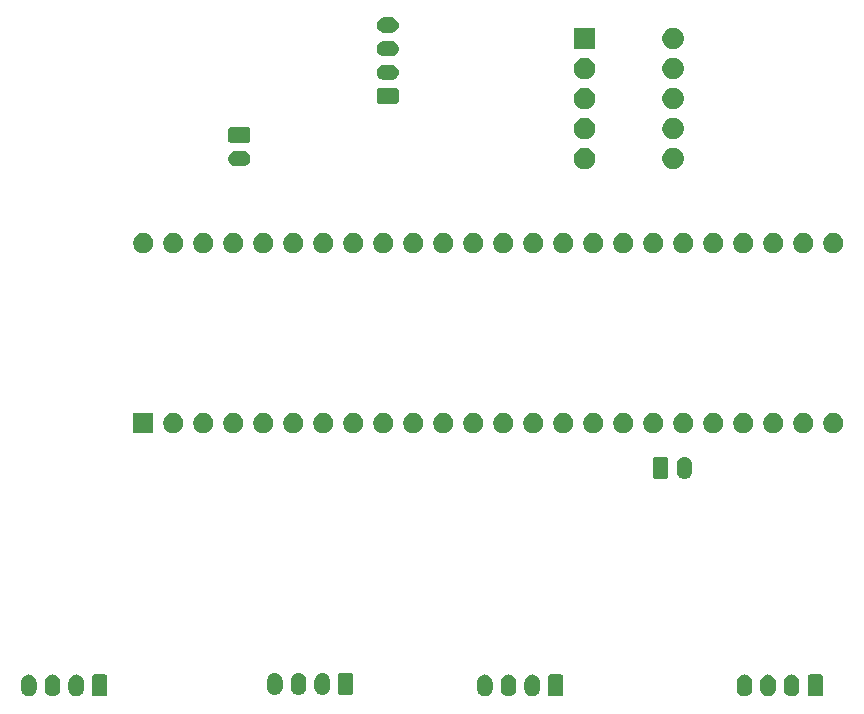
<source format=gbr>
G04 #@! TF.GenerationSoftware,KiCad,Pcbnew,5.1.5+dfsg1-2build2*
G04 #@! TF.CreationDate,2021-08-10T13:41:00-07:00*
G04 #@! TF.ProjectId,Telemetry Board Shrink,54656c65-6d65-4747-9279-20426f617264,rev?*
G04 #@! TF.SameCoordinates,Original*
G04 #@! TF.FileFunction,Soldermask,Bot*
G04 #@! TF.FilePolarity,Negative*
%FSLAX46Y46*%
G04 Gerber Fmt 4.6, Leading zero omitted, Abs format (unit mm)*
G04 Created by KiCad (PCBNEW 5.1.5+dfsg1-2build2) date 2021-08-10 13:41:00*
%MOMM*%
%LPD*%
G04 APERTURE LIST*
%ADD10C,0.100000*%
G04 APERTURE END LIST*
D10*
G36*
X175610618Y-129385420D02*
G01*
X175687553Y-129408758D01*
X175733336Y-129422646D01*
X175846425Y-129483094D01*
X175945554Y-129564446D01*
X176026906Y-129663575D01*
X176087354Y-129776664D01*
X176087355Y-129776668D01*
X176124580Y-129899382D01*
X176134000Y-129995027D01*
X176134000Y-130608973D01*
X176124580Y-130704618D01*
X176097040Y-130795404D01*
X176087354Y-130827336D01*
X176026906Y-130940425D01*
X175945554Y-131039553D01*
X175846424Y-131120906D01*
X175733335Y-131181354D01*
X175701403Y-131191040D01*
X175610617Y-131218580D01*
X175483000Y-131231149D01*
X175355382Y-131218580D01*
X175264596Y-131191040D01*
X175232664Y-131181354D01*
X175119575Y-131120906D01*
X175020447Y-131039554D01*
X174939094Y-130940424D01*
X174878646Y-130827335D01*
X174868960Y-130795403D01*
X174841420Y-130704617D01*
X174832000Y-130608972D01*
X174832000Y-129995027D01*
X174841420Y-129899382D01*
X174878645Y-129776668D01*
X174878645Y-129776667D01*
X174910957Y-129716217D01*
X174939095Y-129663574D01*
X174946389Y-129654686D01*
X175020447Y-129564446D01*
X175119576Y-129483094D01*
X175232665Y-129422646D01*
X175278448Y-129408758D01*
X175355383Y-129385420D01*
X175483000Y-129372851D01*
X175610618Y-129385420D01*
G37*
G36*
X177610618Y-129385420D02*
G01*
X177687553Y-129408758D01*
X177733336Y-129422646D01*
X177846425Y-129483094D01*
X177945554Y-129564446D01*
X178026906Y-129663575D01*
X178087354Y-129776664D01*
X178087355Y-129776668D01*
X178124580Y-129899382D01*
X178134000Y-129995027D01*
X178134000Y-130608973D01*
X178124580Y-130704618D01*
X178097040Y-130795404D01*
X178087354Y-130827336D01*
X178026906Y-130940425D01*
X177945554Y-131039553D01*
X177846424Y-131120906D01*
X177733335Y-131181354D01*
X177701403Y-131191040D01*
X177610617Y-131218580D01*
X177483000Y-131231149D01*
X177355382Y-131218580D01*
X177264596Y-131191040D01*
X177232664Y-131181354D01*
X177119575Y-131120906D01*
X177020447Y-131039554D01*
X176939094Y-130940424D01*
X176878646Y-130827335D01*
X176868960Y-130795403D01*
X176841420Y-130704617D01*
X176832000Y-130608972D01*
X176832000Y-129995027D01*
X176841420Y-129899382D01*
X176878645Y-129776668D01*
X176878645Y-129776667D01*
X176910957Y-129716217D01*
X176939095Y-129663574D01*
X176946389Y-129654686D01*
X177020447Y-129564446D01*
X177119576Y-129483094D01*
X177232665Y-129422646D01*
X177278448Y-129408758D01*
X177355383Y-129385420D01*
X177483000Y-129372851D01*
X177610618Y-129385420D01*
G37*
G36*
X179610618Y-129385420D02*
G01*
X179687553Y-129408758D01*
X179733336Y-129422646D01*
X179846425Y-129483094D01*
X179945554Y-129564446D01*
X180026906Y-129663575D01*
X180087354Y-129776664D01*
X180087355Y-129776668D01*
X180124580Y-129899382D01*
X180134000Y-129995027D01*
X180134000Y-130608973D01*
X180124580Y-130704618D01*
X180097040Y-130795404D01*
X180087354Y-130827336D01*
X180026906Y-130940425D01*
X179945554Y-131039553D01*
X179846424Y-131120906D01*
X179733335Y-131181354D01*
X179701403Y-131191040D01*
X179610617Y-131218580D01*
X179483000Y-131231149D01*
X179355382Y-131218580D01*
X179264596Y-131191040D01*
X179232664Y-131181354D01*
X179119575Y-131120906D01*
X179020447Y-131039554D01*
X178939094Y-130940424D01*
X178878646Y-130827335D01*
X178868960Y-130795403D01*
X178841420Y-130704617D01*
X178832000Y-130608972D01*
X178832000Y-129995027D01*
X178841420Y-129899382D01*
X178878645Y-129776668D01*
X178878645Y-129776667D01*
X178910957Y-129716217D01*
X178939095Y-129663574D01*
X178946389Y-129654686D01*
X179020447Y-129564446D01*
X179119576Y-129483094D01*
X179232665Y-129422646D01*
X179278448Y-129408758D01*
X179355383Y-129385420D01*
X179483000Y-129372851D01*
X179610618Y-129385420D01*
G37*
G36*
X139002618Y-129385420D02*
G01*
X139079553Y-129408758D01*
X139125336Y-129422646D01*
X139238425Y-129483094D01*
X139337554Y-129564446D01*
X139418906Y-129663575D01*
X139479354Y-129776664D01*
X139479355Y-129776668D01*
X139516580Y-129899382D01*
X139526000Y-129995027D01*
X139526000Y-130608973D01*
X139516580Y-130704618D01*
X139489040Y-130795404D01*
X139479354Y-130827336D01*
X139418906Y-130940425D01*
X139337554Y-131039553D01*
X139238424Y-131120906D01*
X139125335Y-131181354D01*
X139093403Y-131191040D01*
X139002617Y-131218580D01*
X138875000Y-131231149D01*
X138747382Y-131218580D01*
X138656596Y-131191040D01*
X138624664Y-131181354D01*
X138511575Y-131120906D01*
X138412447Y-131039554D01*
X138331094Y-130940424D01*
X138270646Y-130827335D01*
X138260960Y-130795403D01*
X138233420Y-130704617D01*
X138224000Y-130608972D01*
X138224000Y-129995027D01*
X138233420Y-129899382D01*
X138270645Y-129776668D01*
X138270645Y-129776667D01*
X138302957Y-129716217D01*
X138331095Y-129663574D01*
X138338389Y-129654686D01*
X138412447Y-129564446D01*
X138511576Y-129483094D01*
X138624665Y-129422646D01*
X138670448Y-129408758D01*
X138747383Y-129385420D01*
X138875000Y-129372851D01*
X139002618Y-129385420D01*
G37*
G36*
X141002618Y-129385420D02*
G01*
X141079553Y-129408758D01*
X141125336Y-129422646D01*
X141238425Y-129483094D01*
X141337554Y-129564446D01*
X141418906Y-129663575D01*
X141479354Y-129776664D01*
X141479355Y-129776668D01*
X141516580Y-129899382D01*
X141526000Y-129995027D01*
X141526000Y-130608973D01*
X141516580Y-130704618D01*
X141489040Y-130795404D01*
X141479354Y-130827336D01*
X141418906Y-130940425D01*
X141337554Y-131039553D01*
X141238424Y-131120906D01*
X141125335Y-131181354D01*
X141093403Y-131191040D01*
X141002617Y-131218580D01*
X140875000Y-131231149D01*
X140747382Y-131218580D01*
X140656596Y-131191040D01*
X140624664Y-131181354D01*
X140511575Y-131120906D01*
X140412447Y-131039554D01*
X140331094Y-130940424D01*
X140270646Y-130827335D01*
X140260960Y-130795403D01*
X140233420Y-130704617D01*
X140224000Y-130608972D01*
X140224000Y-129995027D01*
X140233420Y-129899382D01*
X140270645Y-129776668D01*
X140270645Y-129776667D01*
X140302957Y-129716217D01*
X140331095Y-129663574D01*
X140338389Y-129654686D01*
X140412447Y-129564446D01*
X140511576Y-129483094D01*
X140624665Y-129422646D01*
X140670448Y-129408758D01*
X140747383Y-129385420D01*
X140875000Y-129372851D01*
X141002618Y-129385420D01*
G37*
G36*
X197581618Y-129385420D02*
G01*
X197658553Y-129408758D01*
X197704336Y-129422646D01*
X197817425Y-129483094D01*
X197916554Y-129564446D01*
X197997906Y-129663575D01*
X198058354Y-129776664D01*
X198058355Y-129776668D01*
X198095580Y-129899382D01*
X198105000Y-129995027D01*
X198105000Y-130608973D01*
X198095580Y-130704618D01*
X198068040Y-130795404D01*
X198058354Y-130827336D01*
X197997906Y-130940425D01*
X197916554Y-131039553D01*
X197817424Y-131120906D01*
X197704335Y-131181354D01*
X197672403Y-131191040D01*
X197581617Y-131218580D01*
X197454000Y-131231149D01*
X197326382Y-131218580D01*
X197235596Y-131191040D01*
X197203664Y-131181354D01*
X197090575Y-131120906D01*
X196991447Y-131039554D01*
X196910094Y-130940424D01*
X196849646Y-130827335D01*
X196839960Y-130795403D01*
X196812420Y-130704617D01*
X196803000Y-130608972D01*
X196803000Y-129995027D01*
X196812420Y-129899382D01*
X196849645Y-129776668D01*
X196849645Y-129776667D01*
X196881957Y-129716217D01*
X196910095Y-129663574D01*
X196917389Y-129654686D01*
X196991447Y-129564446D01*
X197090576Y-129483094D01*
X197203665Y-129422646D01*
X197249448Y-129408758D01*
X197326383Y-129385420D01*
X197454000Y-129372851D01*
X197581618Y-129385420D01*
G37*
G36*
X199581618Y-129385420D02*
G01*
X199658553Y-129408758D01*
X199704336Y-129422646D01*
X199817425Y-129483094D01*
X199916554Y-129564446D01*
X199997906Y-129663575D01*
X200058354Y-129776664D01*
X200058355Y-129776668D01*
X200095580Y-129899382D01*
X200105000Y-129995027D01*
X200105000Y-130608973D01*
X200095580Y-130704618D01*
X200068040Y-130795404D01*
X200058354Y-130827336D01*
X199997906Y-130940425D01*
X199916554Y-131039553D01*
X199817424Y-131120906D01*
X199704335Y-131181354D01*
X199672403Y-131191040D01*
X199581617Y-131218580D01*
X199454000Y-131231149D01*
X199326382Y-131218580D01*
X199235596Y-131191040D01*
X199203664Y-131181354D01*
X199090575Y-131120906D01*
X198991447Y-131039554D01*
X198910094Y-130940424D01*
X198849646Y-130827335D01*
X198839960Y-130795403D01*
X198812420Y-130704617D01*
X198803000Y-130608972D01*
X198803000Y-129995027D01*
X198812420Y-129899382D01*
X198849645Y-129776668D01*
X198849645Y-129776667D01*
X198881957Y-129716217D01*
X198910095Y-129663574D01*
X198917389Y-129654686D01*
X198991447Y-129564446D01*
X199090576Y-129483094D01*
X199203665Y-129422646D01*
X199249448Y-129408758D01*
X199326383Y-129385420D01*
X199454000Y-129372851D01*
X199581618Y-129385420D01*
G37*
G36*
X201581618Y-129385420D02*
G01*
X201658553Y-129408758D01*
X201704336Y-129422646D01*
X201817425Y-129483094D01*
X201916554Y-129564446D01*
X201997906Y-129663575D01*
X202058354Y-129776664D01*
X202058355Y-129776668D01*
X202095580Y-129899382D01*
X202105000Y-129995027D01*
X202105000Y-130608973D01*
X202095580Y-130704618D01*
X202068040Y-130795404D01*
X202058354Y-130827336D01*
X201997906Y-130940425D01*
X201916554Y-131039553D01*
X201817424Y-131120906D01*
X201704335Y-131181354D01*
X201672403Y-131191040D01*
X201581617Y-131218580D01*
X201454000Y-131231149D01*
X201326382Y-131218580D01*
X201235596Y-131191040D01*
X201203664Y-131181354D01*
X201090575Y-131120906D01*
X200991447Y-131039554D01*
X200910094Y-130940424D01*
X200849646Y-130827335D01*
X200839960Y-130795403D01*
X200812420Y-130704617D01*
X200803000Y-130608972D01*
X200803000Y-129995027D01*
X200812420Y-129899382D01*
X200849645Y-129776668D01*
X200849645Y-129776667D01*
X200881957Y-129716217D01*
X200910095Y-129663574D01*
X200917389Y-129654686D01*
X200991447Y-129564446D01*
X201090576Y-129483094D01*
X201203665Y-129422646D01*
X201249448Y-129408758D01*
X201326383Y-129385420D01*
X201454000Y-129372851D01*
X201581618Y-129385420D01*
G37*
G36*
X137002618Y-129385420D02*
G01*
X137079553Y-129408758D01*
X137125336Y-129422646D01*
X137238425Y-129483094D01*
X137337554Y-129564446D01*
X137418906Y-129663575D01*
X137479354Y-129776664D01*
X137479355Y-129776668D01*
X137516580Y-129899382D01*
X137526000Y-129995027D01*
X137526000Y-130608973D01*
X137516580Y-130704618D01*
X137489040Y-130795404D01*
X137479354Y-130827336D01*
X137418906Y-130940425D01*
X137337554Y-131039553D01*
X137238424Y-131120906D01*
X137125335Y-131181354D01*
X137093403Y-131191040D01*
X137002617Y-131218580D01*
X136875000Y-131231149D01*
X136747382Y-131218580D01*
X136656596Y-131191040D01*
X136624664Y-131181354D01*
X136511575Y-131120906D01*
X136412447Y-131039554D01*
X136331094Y-130940424D01*
X136270646Y-130827335D01*
X136260960Y-130795403D01*
X136233420Y-130704617D01*
X136224000Y-130608972D01*
X136224000Y-129995027D01*
X136233420Y-129899382D01*
X136270645Y-129776668D01*
X136270645Y-129776667D01*
X136302957Y-129716217D01*
X136331095Y-129663574D01*
X136338389Y-129654686D01*
X136412447Y-129564446D01*
X136511576Y-129483094D01*
X136624665Y-129422646D01*
X136670448Y-129408758D01*
X136747383Y-129385420D01*
X136875000Y-129372851D01*
X137002618Y-129385420D01*
G37*
G36*
X143366242Y-129380404D02*
G01*
X143403337Y-129391657D01*
X143437515Y-129409925D01*
X143467481Y-129434519D01*
X143492075Y-129464485D01*
X143510343Y-129498663D01*
X143521596Y-129535758D01*
X143526000Y-129580474D01*
X143526000Y-131023526D01*
X143521596Y-131068242D01*
X143510343Y-131105337D01*
X143492075Y-131139515D01*
X143467481Y-131169481D01*
X143437515Y-131194075D01*
X143403337Y-131212343D01*
X143366242Y-131223596D01*
X143321526Y-131228000D01*
X142428474Y-131228000D01*
X142383758Y-131223596D01*
X142346663Y-131212343D01*
X142312485Y-131194075D01*
X142282519Y-131169481D01*
X142257925Y-131139515D01*
X142239657Y-131105337D01*
X142228404Y-131068242D01*
X142224000Y-131023526D01*
X142224000Y-129580474D01*
X142228404Y-129535758D01*
X142239657Y-129498663D01*
X142257925Y-129464485D01*
X142282519Y-129434519D01*
X142312485Y-129409925D01*
X142346663Y-129391657D01*
X142383758Y-129380404D01*
X142428474Y-129376000D01*
X143321526Y-129376000D01*
X143366242Y-129380404D01*
G37*
G36*
X181974242Y-129380404D02*
G01*
X182011337Y-129391657D01*
X182045515Y-129409925D01*
X182075481Y-129434519D01*
X182100075Y-129464485D01*
X182118343Y-129498663D01*
X182129596Y-129535758D01*
X182134000Y-129580474D01*
X182134000Y-131023526D01*
X182129596Y-131068242D01*
X182118343Y-131105337D01*
X182100075Y-131139515D01*
X182075481Y-131169481D01*
X182045515Y-131194075D01*
X182011337Y-131212343D01*
X181974242Y-131223596D01*
X181929526Y-131228000D01*
X181036474Y-131228000D01*
X180991758Y-131223596D01*
X180954663Y-131212343D01*
X180920485Y-131194075D01*
X180890519Y-131169481D01*
X180865925Y-131139515D01*
X180847657Y-131105337D01*
X180836404Y-131068242D01*
X180832000Y-131023526D01*
X180832000Y-129580474D01*
X180836404Y-129535758D01*
X180847657Y-129498663D01*
X180865925Y-129464485D01*
X180890519Y-129434519D01*
X180920485Y-129409925D01*
X180954663Y-129391657D01*
X180991758Y-129380404D01*
X181036474Y-129376000D01*
X181929526Y-129376000D01*
X181974242Y-129380404D01*
G37*
G36*
X203945242Y-129380404D02*
G01*
X203982337Y-129391657D01*
X204016515Y-129409925D01*
X204046481Y-129434519D01*
X204071075Y-129464485D01*
X204089343Y-129498663D01*
X204100596Y-129535758D01*
X204105000Y-129580474D01*
X204105000Y-131023526D01*
X204100596Y-131068242D01*
X204089343Y-131105337D01*
X204071075Y-131139515D01*
X204046481Y-131169481D01*
X204016515Y-131194075D01*
X203982337Y-131212343D01*
X203945242Y-131223596D01*
X203900526Y-131228000D01*
X203007474Y-131228000D01*
X202962758Y-131223596D01*
X202925663Y-131212343D01*
X202891485Y-131194075D01*
X202861519Y-131169481D01*
X202836925Y-131139515D01*
X202818657Y-131105337D01*
X202807404Y-131068242D01*
X202803000Y-131023526D01*
X202803000Y-129580474D01*
X202807404Y-129535758D01*
X202818657Y-129498663D01*
X202836925Y-129464485D01*
X202861519Y-129434519D01*
X202891485Y-129409925D01*
X202925663Y-129391657D01*
X202962758Y-129380404D01*
X203007474Y-129376000D01*
X203900526Y-129376000D01*
X203945242Y-129380404D01*
G37*
G36*
X157830618Y-129258420D02*
G01*
X157911400Y-129282925D01*
X157953336Y-129295646D01*
X158066425Y-129356094D01*
X158165554Y-129437446D01*
X158246906Y-129536575D01*
X158307354Y-129649664D01*
X158307355Y-129649668D01*
X158344580Y-129772382D01*
X158354000Y-129868027D01*
X158354000Y-130481973D01*
X158344580Y-130577618D01*
X158335068Y-130608974D01*
X158307354Y-130700336D01*
X158246906Y-130813425D01*
X158165554Y-130912553D01*
X158066424Y-130993906D01*
X157953335Y-131054354D01*
X157932899Y-131060553D01*
X157830617Y-131091580D01*
X157703000Y-131104149D01*
X157575382Y-131091580D01*
X157473100Y-131060553D01*
X157452664Y-131054354D01*
X157339575Y-130993906D01*
X157240447Y-130912554D01*
X157159094Y-130813424D01*
X157098646Y-130700335D01*
X157070932Y-130608973D01*
X157061420Y-130577617D01*
X157052000Y-130481972D01*
X157052000Y-129868027D01*
X157061420Y-129772382D01*
X157094426Y-129663575D01*
X157098645Y-129649667D01*
X157144197Y-129564446D01*
X157159095Y-129536574D01*
X157190208Y-129498663D01*
X157240447Y-129437446D01*
X157339576Y-129356094D01*
X157452665Y-129295646D01*
X157494601Y-129282925D01*
X157575383Y-129258420D01*
X157703000Y-129245851D01*
X157830618Y-129258420D01*
G37*
G36*
X159830618Y-129258420D02*
G01*
X159911400Y-129282925D01*
X159953336Y-129295646D01*
X160066425Y-129356094D01*
X160165554Y-129437446D01*
X160246906Y-129536575D01*
X160307354Y-129649664D01*
X160307355Y-129649668D01*
X160344580Y-129772382D01*
X160354000Y-129868027D01*
X160354000Y-130481973D01*
X160344580Y-130577618D01*
X160335068Y-130608974D01*
X160307354Y-130700336D01*
X160246906Y-130813425D01*
X160165554Y-130912553D01*
X160066424Y-130993906D01*
X159953335Y-131054354D01*
X159932899Y-131060553D01*
X159830617Y-131091580D01*
X159703000Y-131104149D01*
X159575382Y-131091580D01*
X159473100Y-131060553D01*
X159452664Y-131054354D01*
X159339575Y-130993906D01*
X159240447Y-130912554D01*
X159159094Y-130813424D01*
X159098646Y-130700335D01*
X159070932Y-130608973D01*
X159061420Y-130577617D01*
X159052000Y-130481972D01*
X159052000Y-129868027D01*
X159061420Y-129772382D01*
X159094426Y-129663575D01*
X159098645Y-129649667D01*
X159144197Y-129564446D01*
X159159095Y-129536574D01*
X159190208Y-129498663D01*
X159240447Y-129437446D01*
X159339576Y-129356094D01*
X159452665Y-129295646D01*
X159494601Y-129282925D01*
X159575383Y-129258420D01*
X159703000Y-129245851D01*
X159830618Y-129258420D01*
G37*
G36*
X161830618Y-129258420D02*
G01*
X161911400Y-129282925D01*
X161953336Y-129295646D01*
X162066425Y-129356094D01*
X162165554Y-129437446D01*
X162246906Y-129536575D01*
X162307354Y-129649664D01*
X162307355Y-129649668D01*
X162344580Y-129772382D01*
X162354000Y-129868027D01*
X162354000Y-130481973D01*
X162344580Y-130577618D01*
X162335068Y-130608974D01*
X162307354Y-130700336D01*
X162246906Y-130813425D01*
X162165554Y-130912553D01*
X162066424Y-130993906D01*
X161953335Y-131054354D01*
X161932899Y-131060553D01*
X161830617Y-131091580D01*
X161703000Y-131104149D01*
X161575382Y-131091580D01*
X161473100Y-131060553D01*
X161452664Y-131054354D01*
X161339575Y-130993906D01*
X161240447Y-130912554D01*
X161159094Y-130813424D01*
X161098646Y-130700335D01*
X161070932Y-130608973D01*
X161061420Y-130577617D01*
X161052000Y-130481972D01*
X161052000Y-129868027D01*
X161061420Y-129772382D01*
X161094426Y-129663575D01*
X161098645Y-129649667D01*
X161144197Y-129564446D01*
X161159095Y-129536574D01*
X161190208Y-129498663D01*
X161240447Y-129437446D01*
X161339576Y-129356094D01*
X161452665Y-129295646D01*
X161494601Y-129282925D01*
X161575383Y-129258420D01*
X161703000Y-129245851D01*
X161830618Y-129258420D01*
G37*
G36*
X164194242Y-129253404D02*
G01*
X164231337Y-129264657D01*
X164265515Y-129282925D01*
X164295481Y-129307519D01*
X164320075Y-129337485D01*
X164338343Y-129371663D01*
X164349596Y-129408758D01*
X164354000Y-129453474D01*
X164354000Y-130896526D01*
X164349596Y-130941242D01*
X164338343Y-130978337D01*
X164320075Y-131012515D01*
X164295481Y-131042481D01*
X164265515Y-131067075D01*
X164231337Y-131085343D01*
X164194242Y-131096596D01*
X164149526Y-131101000D01*
X163256474Y-131101000D01*
X163211758Y-131096596D01*
X163174663Y-131085343D01*
X163140485Y-131067075D01*
X163110519Y-131042481D01*
X163085925Y-131012515D01*
X163067657Y-130978337D01*
X163056404Y-130941242D01*
X163052000Y-130896526D01*
X163052000Y-129453474D01*
X163056404Y-129408758D01*
X163067657Y-129371663D01*
X163085925Y-129337485D01*
X163110519Y-129307519D01*
X163140485Y-129282925D01*
X163174663Y-129264657D01*
X163211758Y-129253404D01*
X163256474Y-129249000D01*
X164149526Y-129249000D01*
X164194242Y-129253404D01*
G37*
G36*
X192500617Y-110970420D02*
G01*
X192581399Y-110994925D01*
X192623335Y-111007646D01*
X192736424Y-111068094D01*
X192835554Y-111149447D01*
X192916906Y-111248575D01*
X192977354Y-111361664D01*
X192987040Y-111393596D01*
X193014580Y-111484382D01*
X193024000Y-111580027D01*
X193024000Y-112193973D01*
X193014580Y-112289618D01*
X192987040Y-112380404D01*
X192977354Y-112412336D01*
X192916906Y-112525425D01*
X192835554Y-112624554D01*
X192736425Y-112705906D01*
X192623336Y-112766354D01*
X192591404Y-112776040D01*
X192500618Y-112803580D01*
X192373000Y-112816149D01*
X192245383Y-112803580D01*
X192154597Y-112776040D01*
X192122665Y-112766354D01*
X192009576Y-112705906D01*
X191910447Y-112624554D01*
X191829096Y-112525427D01*
X191829095Y-112525425D01*
X191768647Y-112412336D01*
X191768645Y-112412333D01*
X191756237Y-112371427D01*
X191731420Y-112289618D01*
X191722000Y-112193973D01*
X191722000Y-111580028D01*
X191731420Y-111484383D01*
X191768645Y-111361669D01*
X191768646Y-111361665D01*
X191829094Y-111248576D01*
X191910447Y-111149446D01*
X192009575Y-111068094D01*
X192122664Y-111007646D01*
X192164600Y-110994925D01*
X192245382Y-110970420D01*
X192373000Y-110957851D01*
X192500617Y-110970420D01*
G37*
G36*
X190864242Y-110965404D02*
G01*
X190901337Y-110976657D01*
X190935515Y-110994925D01*
X190965481Y-111019519D01*
X190990075Y-111049485D01*
X191008343Y-111083663D01*
X191019596Y-111120758D01*
X191024000Y-111165474D01*
X191024000Y-112608526D01*
X191019596Y-112653242D01*
X191008343Y-112690337D01*
X190990075Y-112724515D01*
X190965481Y-112754481D01*
X190935515Y-112779075D01*
X190901337Y-112797343D01*
X190864242Y-112808596D01*
X190819526Y-112813000D01*
X189926474Y-112813000D01*
X189881758Y-112808596D01*
X189844663Y-112797343D01*
X189810485Y-112779075D01*
X189780519Y-112754481D01*
X189755925Y-112724515D01*
X189737657Y-112690337D01*
X189726404Y-112653242D01*
X189722000Y-112608526D01*
X189722000Y-111165474D01*
X189726404Y-111120758D01*
X189737657Y-111083663D01*
X189755925Y-111049485D01*
X189780519Y-111019519D01*
X189810485Y-110994925D01*
X189844663Y-110976657D01*
X189881758Y-110965404D01*
X189926474Y-110961000D01*
X190819526Y-110961000D01*
X190864242Y-110965404D01*
G37*
G36*
X151886228Y-107258703D02*
G01*
X152041100Y-107322853D01*
X152180481Y-107415985D01*
X152299015Y-107534519D01*
X152392147Y-107673900D01*
X152456297Y-107828772D01*
X152489000Y-107993184D01*
X152489000Y-108160816D01*
X152456297Y-108325228D01*
X152392147Y-108480100D01*
X152299015Y-108619481D01*
X152180481Y-108738015D01*
X152041100Y-108831147D01*
X151886228Y-108895297D01*
X151721816Y-108928000D01*
X151554184Y-108928000D01*
X151389772Y-108895297D01*
X151234900Y-108831147D01*
X151095519Y-108738015D01*
X150976985Y-108619481D01*
X150883853Y-108480100D01*
X150819703Y-108325228D01*
X150787000Y-108160816D01*
X150787000Y-107993184D01*
X150819703Y-107828772D01*
X150883853Y-107673900D01*
X150976985Y-107534519D01*
X151095519Y-107415985D01*
X151234900Y-107322853D01*
X151389772Y-107258703D01*
X151554184Y-107226000D01*
X151721816Y-107226000D01*
X151886228Y-107258703D01*
G37*
G36*
X149346228Y-107258703D02*
G01*
X149501100Y-107322853D01*
X149640481Y-107415985D01*
X149759015Y-107534519D01*
X149852147Y-107673900D01*
X149916297Y-107828772D01*
X149949000Y-107993184D01*
X149949000Y-108160816D01*
X149916297Y-108325228D01*
X149852147Y-108480100D01*
X149759015Y-108619481D01*
X149640481Y-108738015D01*
X149501100Y-108831147D01*
X149346228Y-108895297D01*
X149181816Y-108928000D01*
X149014184Y-108928000D01*
X148849772Y-108895297D01*
X148694900Y-108831147D01*
X148555519Y-108738015D01*
X148436985Y-108619481D01*
X148343853Y-108480100D01*
X148279703Y-108325228D01*
X148247000Y-108160816D01*
X148247000Y-107993184D01*
X148279703Y-107828772D01*
X148343853Y-107673900D01*
X148436985Y-107534519D01*
X148555519Y-107415985D01*
X148694900Y-107322853D01*
X148849772Y-107258703D01*
X149014184Y-107226000D01*
X149181816Y-107226000D01*
X149346228Y-107258703D01*
G37*
G36*
X147409000Y-108928000D02*
G01*
X145707000Y-108928000D01*
X145707000Y-107226000D01*
X147409000Y-107226000D01*
X147409000Y-108928000D01*
G37*
G36*
X154426228Y-107258703D02*
G01*
X154581100Y-107322853D01*
X154720481Y-107415985D01*
X154839015Y-107534519D01*
X154932147Y-107673900D01*
X154996297Y-107828772D01*
X155029000Y-107993184D01*
X155029000Y-108160816D01*
X154996297Y-108325228D01*
X154932147Y-108480100D01*
X154839015Y-108619481D01*
X154720481Y-108738015D01*
X154581100Y-108831147D01*
X154426228Y-108895297D01*
X154261816Y-108928000D01*
X154094184Y-108928000D01*
X153929772Y-108895297D01*
X153774900Y-108831147D01*
X153635519Y-108738015D01*
X153516985Y-108619481D01*
X153423853Y-108480100D01*
X153359703Y-108325228D01*
X153327000Y-108160816D01*
X153327000Y-107993184D01*
X153359703Y-107828772D01*
X153423853Y-107673900D01*
X153516985Y-107534519D01*
X153635519Y-107415985D01*
X153774900Y-107322853D01*
X153929772Y-107258703D01*
X154094184Y-107226000D01*
X154261816Y-107226000D01*
X154426228Y-107258703D01*
G37*
G36*
X189986228Y-107258703D02*
G01*
X190141100Y-107322853D01*
X190280481Y-107415985D01*
X190399015Y-107534519D01*
X190492147Y-107673900D01*
X190556297Y-107828772D01*
X190589000Y-107993184D01*
X190589000Y-108160816D01*
X190556297Y-108325228D01*
X190492147Y-108480100D01*
X190399015Y-108619481D01*
X190280481Y-108738015D01*
X190141100Y-108831147D01*
X189986228Y-108895297D01*
X189821816Y-108928000D01*
X189654184Y-108928000D01*
X189489772Y-108895297D01*
X189334900Y-108831147D01*
X189195519Y-108738015D01*
X189076985Y-108619481D01*
X188983853Y-108480100D01*
X188919703Y-108325228D01*
X188887000Y-108160816D01*
X188887000Y-107993184D01*
X188919703Y-107828772D01*
X188983853Y-107673900D01*
X189076985Y-107534519D01*
X189195519Y-107415985D01*
X189334900Y-107322853D01*
X189489772Y-107258703D01*
X189654184Y-107226000D01*
X189821816Y-107226000D01*
X189986228Y-107258703D01*
G37*
G36*
X192526228Y-107258703D02*
G01*
X192681100Y-107322853D01*
X192820481Y-107415985D01*
X192939015Y-107534519D01*
X193032147Y-107673900D01*
X193096297Y-107828772D01*
X193129000Y-107993184D01*
X193129000Y-108160816D01*
X193096297Y-108325228D01*
X193032147Y-108480100D01*
X192939015Y-108619481D01*
X192820481Y-108738015D01*
X192681100Y-108831147D01*
X192526228Y-108895297D01*
X192361816Y-108928000D01*
X192194184Y-108928000D01*
X192029772Y-108895297D01*
X191874900Y-108831147D01*
X191735519Y-108738015D01*
X191616985Y-108619481D01*
X191523853Y-108480100D01*
X191459703Y-108325228D01*
X191427000Y-108160816D01*
X191427000Y-107993184D01*
X191459703Y-107828772D01*
X191523853Y-107673900D01*
X191616985Y-107534519D01*
X191735519Y-107415985D01*
X191874900Y-107322853D01*
X192029772Y-107258703D01*
X192194184Y-107226000D01*
X192361816Y-107226000D01*
X192526228Y-107258703D01*
G37*
G36*
X195066228Y-107258703D02*
G01*
X195221100Y-107322853D01*
X195360481Y-107415985D01*
X195479015Y-107534519D01*
X195572147Y-107673900D01*
X195636297Y-107828772D01*
X195669000Y-107993184D01*
X195669000Y-108160816D01*
X195636297Y-108325228D01*
X195572147Y-108480100D01*
X195479015Y-108619481D01*
X195360481Y-108738015D01*
X195221100Y-108831147D01*
X195066228Y-108895297D01*
X194901816Y-108928000D01*
X194734184Y-108928000D01*
X194569772Y-108895297D01*
X194414900Y-108831147D01*
X194275519Y-108738015D01*
X194156985Y-108619481D01*
X194063853Y-108480100D01*
X193999703Y-108325228D01*
X193967000Y-108160816D01*
X193967000Y-107993184D01*
X193999703Y-107828772D01*
X194063853Y-107673900D01*
X194156985Y-107534519D01*
X194275519Y-107415985D01*
X194414900Y-107322853D01*
X194569772Y-107258703D01*
X194734184Y-107226000D01*
X194901816Y-107226000D01*
X195066228Y-107258703D01*
G37*
G36*
X184906228Y-107258703D02*
G01*
X185061100Y-107322853D01*
X185200481Y-107415985D01*
X185319015Y-107534519D01*
X185412147Y-107673900D01*
X185476297Y-107828772D01*
X185509000Y-107993184D01*
X185509000Y-108160816D01*
X185476297Y-108325228D01*
X185412147Y-108480100D01*
X185319015Y-108619481D01*
X185200481Y-108738015D01*
X185061100Y-108831147D01*
X184906228Y-108895297D01*
X184741816Y-108928000D01*
X184574184Y-108928000D01*
X184409772Y-108895297D01*
X184254900Y-108831147D01*
X184115519Y-108738015D01*
X183996985Y-108619481D01*
X183903853Y-108480100D01*
X183839703Y-108325228D01*
X183807000Y-108160816D01*
X183807000Y-107993184D01*
X183839703Y-107828772D01*
X183903853Y-107673900D01*
X183996985Y-107534519D01*
X184115519Y-107415985D01*
X184254900Y-107322853D01*
X184409772Y-107258703D01*
X184574184Y-107226000D01*
X184741816Y-107226000D01*
X184906228Y-107258703D01*
G37*
G36*
X182366228Y-107258703D02*
G01*
X182521100Y-107322853D01*
X182660481Y-107415985D01*
X182779015Y-107534519D01*
X182872147Y-107673900D01*
X182936297Y-107828772D01*
X182969000Y-107993184D01*
X182969000Y-108160816D01*
X182936297Y-108325228D01*
X182872147Y-108480100D01*
X182779015Y-108619481D01*
X182660481Y-108738015D01*
X182521100Y-108831147D01*
X182366228Y-108895297D01*
X182201816Y-108928000D01*
X182034184Y-108928000D01*
X181869772Y-108895297D01*
X181714900Y-108831147D01*
X181575519Y-108738015D01*
X181456985Y-108619481D01*
X181363853Y-108480100D01*
X181299703Y-108325228D01*
X181267000Y-108160816D01*
X181267000Y-107993184D01*
X181299703Y-107828772D01*
X181363853Y-107673900D01*
X181456985Y-107534519D01*
X181575519Y-107415985D01*
X181714900Y-107322853D01*
X181869772Y-107258703D01*
X182034184Y-107226000D01*
X182201816Y-107226000D01*
X182366228Y-107258703D01*
G37*
G36*
X179826228Y-107258703D02*
G01*
X179981100Y-107322853D01*
X180120481Y-107415985D01*
X180239015Y-107534519D01*
X180332147Y-107673900D01*
X180396297Y-107828772D01*
X180429000Y-107993184D01*
X180429000Y-108160816D01*
X180396297Y-108325228D01*
X180332147Y-108480100D01*
X180239015Y-108619481D01*
X180120481Y-108738015D01*
X179981100Y-108831147D01*
X179826228Y-108895297D01*
X179661816Y-108928000D01*
X179494184Y-108928000D01*
X179329772Y-108895297D01*
X179174900Y-108831147D01*
X179035519Y-108738015D01*
X178916985Y-108619481D01*
X178823853Y-108480100D01*
X178759703Y-108325228D01*
X178727000Y-108160816D01*
X178727000Y-107993184D01*
X178759703Y-107828772D01*
X178823853Y-107673900D01*
X178916985Y-107534519D01*
X179035519Y-107415985D01*
X179174900Y-107322853D01*
X179329772Y-107258703D01*
X179494184Y-107226000D01*
X179661816Y-107226000D01*
X179826228Y-107258703D01*
G37*
G36*
X197606228Y-107258703D02*
G01*
X197761100Y-107322853D01*
X197900481Y-107415985D01*
X198019015Y-107534519D01*
X198112147Y-107673900D01*
X198176297Y-107828772D01*
X198209000Y-107993184D01*
X198209000Y-108160816D01*
X198176297Y-108325228D01*
X198112147Y-108480100D01*
X198019015Y-108619481D01*
X197900481Y-108738015D01*
X197761100Y-108831147D01*
X197606228Y-108895297D01*
X197441816Y-108928000D01*
X197274184Y-108928000D01*
X197109772Y-108895297D01*
X196954900Y-108831147D01*
X196815519Y-108738015D01*
X196696985Y-108619481D01*
X196603853Y-108480100D01*
X196539703Y-108325228D01*
X196507000Y-108160816D01*
X196507000Y-107993184D01*
X196539703Y-107828772D01*
X196603853Y-107673900D01*
X196696985Y-107534519D01*
X196815519Y-107415985D01*
X196954900Y-107322853D01*
X197109772Y-107258703D01*
X197274184Y-107226000D01*
X197441816Y-107226000D01*
X197606228Y-107258703D01*
G37*
G36*
X200146228Y-107258703D02*
G01*
X200301100Y-107322853D01*
X200440481Y-107415985D01*
X200559015Y-107534519D01*
X200652147Y-107673900D01*
X200716297Y-107828772D01*
X200749000Y-107993184D01*
X200749000Y-108160816D01*
X200716297Y-108325228D01*
X200652147Y-108480100D01*
X200559015Y-108619481D01*
X200440481Y-108738015D01*
X200301100Y-108831147D01*
X200146228Y-108895297D01*
X199981816Y-108928000D01*
X199814184Y-108928000D01*
X199649772Y-108895297D01*
X199494900Y-108831147D01*
X199355519Y-108738015D01*
X199236985Y-108619481D01*
X199143853Y-108480100D01*
X199079703Y-108325228D01*
X199047000Y-108160816D01*
X199047000Y-107993184D01*
X199079703Y-107828772D01*
X199143853Y-107673900D01*
X199236985Y-107534519D01*
X199355519Y-107415985D01*
X199494900Y-107322853D01*
X199649772Y-107258703D01*
X199814184Y-107226000D01*
X199981816Y-107226000D01*
X200146228Y-107258703D01*
G37*
G36*
X205226228Y-107258703D02*
G01*
X205381100Y-107322853D01*
X205520481Y-107415985D01*
X205639015Y-107534519D01*
X205732147Y-107673900D01*
X205796297Y-107828772D01*
X205829000Y-107993184D01*
X205829000Y-108160816D01*
X205796297Y-108325228D01*
X205732147Y-108480100D01*
X205639015Y-108619481D01*
X205520481Y-108738015D01*
X205381100Y-108831147D01*
X205226228Y-108895297D01*
X205061816Y-108928000D01*
X204894184Y-108928000D01*
X204729772Y-108895297D01*
X204574900Y-108831147D01*
X204435519Y-108738015D01*
X204316985Y-108619481D01*
X204223853Y-108480100D01*
X204159703Y-108325228D01*
X204127000Y-108160816D01*
X204127000Y-107993184D01*
X204159703Y-107828772D01*
X204223853Y-107673900D01*
X204316985Y-107534519D01*
X204435519Y-107415985D01*
X204574900Y-107322853D01*
X204729772Y-107258703D01*
X204894184Y-107226000D01*
X205061816Y-107226000D01*
X205226228Y-107258703D01*
G37*
G36*
X202686228Y-107258703D02*
G01*
X202841100Y-107322853D01*
X202980481Y-107415985D01*
X203099015Y-107534519D01*
X203192147Y-107673900D01*
X203256297Y-107828772D01*
X203289000Y-107993184D01*
X203289000Y-108160816D01*
X203256297Y-108325228D01*
X203192147Y-108480100D01*
X203099015Y-108619481D01*
X202980481Y-108738015D01*
X202841100Y-108831147D01*
X202686228Y-108895297D01*
X202521816Y-108928000D01*
X202354184Y-108928000D01*
X202189772Y-108895297D01*
X202034900Y-108831147D01*
X201895519Y-108738015D01*
X201776985Y-108619481D01*
X201683853Y-108480100D01*
X201619703Y-108325228D01*
X201587000Y-108160816D01*
X201587000Y-107993184D01*
X201619703Y-107828772D01*
X201683853Y-107673900D01*
X201776985Y-107534519D01*
X201895519Y-107415985D01*
X202034900Y-107322853D01*
X202189772Y-107258703D01*
X202354184Y-107226000D01*
X202521816Y-107226000D01*
X202686228Y-107258703D01*
G37*
G36*
X156966228Y-107258703D02*
G01*
X157121100Y-107322853D01*
X157260481Y-107415985D01*
X157379015Y-107534519D01*
X157472147Y-107673900D01*
X157536297Y-107828772D01*
X157569000Y-107993184D01*
X157569000Y-108160816D01*
X157536297Y-108325228D01*
X157472147Y-108480100D01*
X157379015Y-108619481D01*
X157260481Y-108738015D01*
X157121100Y-108831147D01*
X156966228Y-108895297D01*
X156801816Y-108928000D01*
X156634184Y-108928000D01*
X156469772Y-108895297D01*
X156314900Y-108831147D01*
X156175519Y-108738015D01*
X156056985Y-108619481D01*
X155963853Y-108480100D01*
X155899703Y-108325228D01*
X155867000Y-108160816D01*
X155867000Y-107993184D01*
X155899703Y-107828772D01*
X155963853Y-107673900D01*
X156056985Y-107534519D01*
X156175519Y-107415985D01*
X156314900Y-107322853D01*
X156469772Y-107258703D01*
X156634184Y-107226000D01*
X156801816Y-107226000D01*
X156966228Y-107258703D01*
G37*
G36*
X187446228Y-107258703D02*
G01*
X187601100Y-107322853D01*
X187740481Y-107415985D01*
X187859015Y-107534519D01*
X187952147Y-107673900D01*
X188016297Y-107828772D01*
X188049000Y-107993184D01*
X188049000Y-108160816D01*
X188016297Y-108325228D01*
X187952147Y-108480100D01*
X187859015Y-108619481D01*
X187740481Y-108738015D01*
X187601100Y-108831147D01*
X187446228Y-108895297D01*
X187281816Y-108928000D01*
X187114184Y-108928000D01*
X186949772Y-108895297D01*
X186794900Y-108831147D01*
X186655519Y-108738015D01*
X186536985Y-108619481D01*
X186443853Y-108480100D01*
X186379703Y-108325228D01*
X186347000Y-108160816D01*
X186347000Y-107993184D01*
X186379703Y-107828772D01*
X186443853Y-107673900D01*
X186536985Y-107534519D01*
X186655519Y-107415985D01*
X186794900Y-107322853D01*
X186949772Y-107258703D01*
X187114184Y-107226000D01*
X187281816Y-107226000D01*
X187446228Y-107258703D01*
G37*
G36*
X159506228Y-107258703D02*
G01*
X159661100Y-107322853D01*
X159800481Y-107415985D01*
X159919015Y-107534519D01*
X160012147Y-107673900D01*
X160076297Y-107828772D01*
X160109000Y-107993184D01*
X160109000Y-108160816D01*
X160076297Y-108325228D01*
X160012147Y-108480100D01*
X159919015Y-108619481D01*
X159800481Y-108738015D01*
X159661100Y-108831147D01*
X159506228Y-108895297D01*
X159341816Y-108928000D01*
X159174184Y-108928000D01*
X159009772Y-108895297D01*
X158854900Y-108831147D01*
X158715519Y-108738015D01*
X158596985Y-108619481D01*
X158503853Y-108480100D01*
X158439703Y-108325228D01*
X158407000Y-108160816D01*
X158407000Y-107993184D01*
X158439703Y-107828772D01*
X158503853Y-107673900D01*
X158596985Y-107534519D01*
X158715519Y-107415985D01*
X158854900Y-107322853D01*
X159009772Y-107258703D01*
X159174184Y-107226000D01*
X159341816Y-107226000D01*
X159506228Y-107258703D01*
G37*
G36*
X162046228Y-107258703D02*
G01*
X162201100Y-107322853D01*
X162340481Y-107415985D01*
X162459015Y-107534519D01*
X162552147Y-107673900D01*
X162616297Y-107828772D01*
X162649000Y-107993184D01*
X162649000Y-108160816D01*
X162616297Y-108325228D01*
X162552147Y-108480100D01*
X162459015Y-108619481D01*
X162340481Y-108738015D01*
X162201100Y-108831147D01*
X162046228Y-108895297D01*
X161881816Y-108928000D01*
X161714184Y-108928000D01*
X161549772Y-108895297D01*
X161394900Y-108831147D01*
X161255519Y-108738015D01*
X161136985Y-108619481D01*
X161043853Y-108480100D01*
X160979703Y-108325228D01*
X160947000Y-108160816D01*
X160947000Y-107993184D01*
X160979703Y-107828772D01*
X161043853Y-107673900D01*
X161136985Y-107534519D01*
X161255519Y-107415985D01*
X161394900Y-107322853D01*
X161549772Y-107258703D01*
X161714184Y-107226000D01*
X161881816Y-107226000D01*
X162046228Y-107258703D01*
G37*
G36*
X164586228Y-107258703D02*
G01*
X164741100Y-107322853D01*
X164880481Y-107415985D01*
X164999015Y-107534519D01*
X165092147Y-107673900D01*
X165156297Y-107828772D01*
X165189000Y-107993184D01*
X165189000Y-108160816D01*
X165156297Y-108325228D01*
X165092147Y-108480100D01*
X164999015Y-108619481D01*
X164880481Y-108738015D01*
X164741100Y-108831147D01*
X164586228Y-108895297D01*
X164421816Y-108928000D01*
X164254184Y-108928000D01*
X164089772Y-108895297D01*
X163934900Y-108831147D01*
X163795519Y-108738015D01*
X163676985Y-108619481D01*
X163583853Y-108480100D01*
X163519703Y-108325228D01*
X163487000Y-108160816D01*
X163487000Y-107993184D01*
X163519703Y-107828772D01*
X163583853Y-107673900D01*
X163676985Y-107534519D01*
X163795519Y-107415985D01*
X163934900Y-107322853D01*
X164089772Y-107258703D01*
X164254184Y-107226000D01*
X164421816Y-107226000D01*
X164586228Y-107258703D01*
G37*
G36*
X167126228Y-107258703D02*
G01*
X167281100Y-107322853D01*
X167420481Y-107415985D01*
X167539015Y-107534519D01*
X167632147Y-107673900D01*
X167696297Y-107828772D01*
X167729000Y-107993184D01*
X167729000Y-108160816D01*
X167696297Y-108325228D01*
X167632147Y-108480100D01*
X167539015Y-108619481D01*
X167420481Y-108738015D01*
X167281100Y-108831147D01*
X167126228Y-108895297D01*
X166961816Y-108928000D01*
X166794184Y-108928000D01*
X166629772Y-108895297D01*
X166474900Y-108831147D01*
X166335519Y-108738015D01*
X166216985Y-108619481D01*
X166123853Y-108480100D01*
X166059703Y-108325228D01*
X166027000Y-108160816D01*
X166027000Y-107993184D01*
X166059703Y-107828772D01*
X166123853Y-107673900D01*
X166216985Y-107534519D01*
X166335519Y-107415985D01*
X166474900Y-107322853D01*
X166629772Y-107258703D01*
X166794184Y-107226000D01*
X166961816Y-107226000D01*
X167126228Y-107258703D01*
G37*
G36*
X169666228Y-107258703D02*
G01*
X169821100Y-107322853D01*
X169960481Y-107415985D01*
X170079015Y-107534519D01*
X170172147Y-107673900D01*
X170236297Y-107828772D01*
X170269000Y-107993184D01*
X170269000Y-108160816D01*
X170236297Y-108325228D01*
X170172147Y-108480100D01*
X170079015Y-108619481D01*
X169960481Y-108738015D01*
X169821100Y-108831147D01*
X169666228Y-108895297D01*
X169501816Y-108928000D01*
X169334184Y-108928000D01*
X169169772Y-108895297D01*
X169014900Y-108831147D01*
X168875519Y-108738015D01*
X168756985Y-108619481D01*
X168663853Y-108480100D01*
X168599703Y-108325228D01*
X168567000Y-108160816D01*
X168567000Y-107993184D01*
X168599703Y-107828772D01*
X168663853Y-107673900D01*
X168756985Y-107534519D01*
X168875519Y-107415985D01*
X169014900Y-107322853D01*
X169169772Y-107258703D01*
X169334184Y-107226000D01*
X169501816Y-107226000D01*
X169666228Y-107258703D01*
G37*
G36*
X172206228Y-107258703D02*
G01*
X172361100Y-107322853D01*
X172500481Y-107415985D01*
X172619015Y-107534519D01*
X172712147Y-107673900D01*
X172776297Y-107828772D01*
X172809000Y-107993184D01*
X172809000Y-108160816D01*
X172776297Y-108325228D01*
X172712147Y-108480100D01*
X172619015Y-108619481D01*
X172500481Y-108738015D01*
X172361100Y-108831147D01*
X172206228Y-108895297D01*
X172041816Y-108928000D01*
X171874184Y-108928000D01*
X171709772Y-108895297D01*
X171554900Y-108831147D01*
X171415519Y-108738015D01*
X171296985Y-108619481D01*
X171203853Y-108480100D01*
X171139703Y-108325228D01*
X171107000Y-108160816D01*
X171107000Y-107993184D01*
X171139703Y-107828772D01*
X171203853Y-107673900D01*
X171296985Y-107534519D01*
X171415519Y-107415985D01*
X171554900Y-107322853D01*
X171709772Y-107258703D01*
X171874184Y-107226000D01*
X172041816Y-107226000D01*
X172206228Y-107258703D01*
G37*
G36*
X174746228Y-107258703D02*
G01*
X174901100Y-107322853D01*
X175040481Y-107415985D01*
X175159015Y-107534519D01*
X175252147Y-107673900D01*
X175316297Y-107828772D01*
X175349000Y-107993184D01*
X175349000Y-108160816D01*
X175316297Y-108325228D01*
X175252147Y-108480100D01*
X175159015Y-108619481D01*
X175040481Y-108738015D01*
X174901100Y-108831147D01*
X174746228Y-108895297D01*
X174581816Y-108928000D01*
X174414184Y-108928000D01*
X174249772Y-108895297D01*
X174094900Y-108831147D01*
X173955519Y-108738015D01*
X173836985Y-108619481D01*
X173743853Y-108480100D01*
X173679703Y-108325228D01*
X173647000Y-108160816D01*
X173647000Y-107993184D01*
X173679703Y-107828772D01*
X173743853Y-107673900D01*
X173836985Y-107534519D01*
X173955519Y-107415985D01*
X174094900Y-107322853D01*
X174249772Y-107258703D01*
X174414184Y-107226000D01*
X174581816Y-107226000D01*
X174746228Y-107258703D01*
G37*
G36*
X177286228Y-107258703D02*
G01*
X177441100Y-107322853D01*
X177580481Y-107415985D01*
X177699015Y-107534519D01*
X177792147Y-107673900D01*
X177856297Y-107828772D01*
X177889000Y-107993184D01*
X177889000Y-108160816D01*
X177856297Y-108325228D01*
X177792147Y-108480100D01*
X177699015Y-108619481D01*
X177580481Y-108738015D01*
X177441100Y-108831147D01*
X177286228Y-108895297D01*
X177121816Y-108928000D01*
X176954184Y-108928000D01*
X176789772Y-108895297D01*
X176634900Y-108831147D01*
X176495519Y-108738015D01*
X176376985Y-108619481D01*
X176283853Y-108480100D01*
X176219703Y-108325228D01*
X176187000Y-108160816D01*
X176187000Y-107993184D01*
X176219703Y-107828772D01*
X176283853Y-107673900D01*
X176376985Y-107534519D01*
X176495519Y-107415985D01*
X176634900Y-107322853D01*
X176789772Y-107258703D01*
X176954184Y-107226000D01*
X177121816Y-107226000D01*
X177286228Y-107258703D01*
G37*
G36*
X182366228Y-92018703D02*
G01*
X182521100Y-92082853D01*
X182660481Y-92175985D01*
X182779015Y-92294519D01*
X182872147Y-92433900D01*
X182936297Y-92588772D01*
X182969000Y-92753184D01*
X182969000Y-92920816D01*
X182936297Y-93085228D01*
X182872147Y-93240100D01*
X182779015Y-93379481D01*
X182660481Y-93498015D01*
X182521100Y-93591147D01*
X182366228Y-93655297D01*
X182201816Y-93688000D01*
X182034184Y-93688000D01*
X181869772Y-93655297D01*
X181714900Y-93591147D01*
X181575519Y-93498015D01*
X181456985Y-93379481D01*
X181363853Y-93240100D01*
X181299703Y-93085228D01*
X181267000Y-92920816D01*
X181267000Y-92753184D01*
X181299703Y-92588772D01*
X181363853Y-92433900D01*
X181456985Y-92294519D01*
X181575519Y-92175985D01*
X181714900Y-92082853D01*
X181869772Y-92018703D01*
X182034184Y-91986000D01*
X182201816Y-91986000D01*
X182366228Y-92018703D01*
G37*
G36*
X146806228Y-92018703D02*
G01*
X146961100Y-92082853D01*
X147100481Y-92175985D01*
X147219015Y-92294519D01*
X147312147Y-92433900D01*
X147376297Y-92588772D01*
X147409000Y-92753184D01*
X147409000Y-92920816D01*
X147376297Y-93085228D01*
X147312147Y-93240100D01*
X147219015Y-93379481D01*
X147100481Y-93498015D01*
X146961100Y-93591147D01*
X146806228Y-93655297D01*
X146641816Y-93688000D01*
X146474184Y-93688000D01*
X146309772Y-93655297D01*
X146154900Y-93591147D01*
X146015519Y-93498015D01*
X145896985Y-93379481D01*
X145803853Y-93240100D01*
X145739703Y-93085228D01*
X145707000Y-92920816D01*
X145707000Y-92753184D01*
X145739703Y-92588772D01*
X145803853Y-92433900D01*
X145896985Y-92294519D01*
X146015519Y-92175985D01*
X146154900Y-92082853D01*
X146309772Y-92018703D01*
X146474184Y-91986000D01*
X146641816Y-91986000D01*
X146806228Y-92018703D01*
G37*
G36*
X149346228Y-92018703D02*
G01*
X149501100Y-92082853D01*
X149640481Y-92175985D01*
X149759015Y-92294519D01*
X149852147Y-92433900D01*
X149916297Y-92588772D01*
X149949000Y-92753184D01*
X149949000Y-92920816D01*
X149916297Y-93085228D01*
X149852147Y-93240100D01*
X149759015Y-93379481D01*
X149640481Y-93498015D01*
X149501100Y-93591147D01*
X149346228Y-93655297D01*
X149181816Y-93688000D01*
X149014184Y-93688000D01*
X148849772Y-93655297D01*
X148694900Y-93591147D01*
X148555519Y-93498015D01*
X148436985Y-93379481D01*
X148343853Y-93240100D01*
X148279703Y-93085228D01*
X148247000Y-92920816D01*
X148247000Y-92753184D01*
X148279703Y-92588772D01*
X148343853Y-92433900D01*
X148436985Y-92294519D01*
X148555519Y-92175985D01*
X148694900Y-92082853D01*
X148849772Y-92018703D01*
X149014184Y-91986000D01*
X149181816Y-91986000D01*
X149346228Y-92018703D01*
G37*
G36*
X184906228Y-92018703D02*
G01*
X185061100Y-92082853D01*
X185200481Y-92175985D01*
X185319015Y-92294519D01*
X185412147Y-92433900D01*
X185476297Y-92588772D01*
X185509000Y-92753184D01*
X185509000Y-92920816D01*
X185476297Y-93085228D01*
X185412147Y-93240100D01*
X185319015Y-93379481D01*
X185200481Y-93498015D01*
X185061100Y-93591147D01*
X184906228Y-93655297D01*
X184741816Y-93688000D01*
X184574184Y-93688000D01*
X184409772Y-93655297D01*
X184254900Y-93591147D01*
X184115519Y-93498015D01*
X183996985Y-93379481D01*
X183903853Y-93240100D01*
X183839703Y-93085228D01*
X183807000Y-92920816D01*
X183807000Y-92753184D01*
X183839703Y-92588772D01*
X183903853Y-92433900D01*
X183996985Y-92294519D01*
X184115519Y-92175985D01*
X184254900Y-92082853D01*
X184409772Y-92018703D01*
X184574184Y-91986000D01*
X184741816Y-91986000D01*
X184906228Y-92018703D01*
G37*
G36*
X187446228Y-92018703D02*
G01*
X187601100Y-92082853D01*
X187740481Y-92175985D01*
X187859015Y-92294519D01*
X187952147Y-92433900D01*
X188016297Y-92588772D01*
X188049000Y-92753184D01*
X188049000Y-92920816D01*
X188016297Y-93085228D01*
X187952147Y-93240100D01*
X187859015Y-93379481D01*
X187740481Y-93498015D01*
X187601100Y-93591147D01*
X187446228Y-93655297D01*
X187281816Y-93688000D01*
X187114184Y-93688000D01*
X186949772Y-93655297D01*
X186794900Y-93591147D01*
X186655519Y-93498015D01*
X186536985Y-93379481D01*
X186443853Y-93240100D01*
X186379703Y-93085228D01*
X186347000Y-92920816D01*
X186347000Y-92753184D01*
X186379703Y-92588772D01*
X186443853Y-92433900D01*
X186536985Y-92294519D01*
X186655519Y-92175985D01*
X186794900Y-92082853D01*
X186949772Y-92018703D01*
X187114184Y-91986000D01*
X187281816Y-91986000D01*
X187446228Y-92018703D01*
G37*
G36*
X189986228Y-92018703D02*
G01*
X190141100Y-92082853D01*
X190280481Y-92175985D01*
X190399015Y-92294519D01*
X190492147Y-92433900D01*
X190556297Y-92588772D01*
X190589000Y-92753184D01*
X190589000Y-92920816D01*
X190556297Y-93085228D01*
X190492147Y-93240100D01*
X190399015Y-93379481D01*
X190280481Y-93498015D01*
X190141100Y-93591147D01*
X189986228Y-93655297D01*
X189821816Y-93688000D01*
X189654184Y-93688000D01*
X189489772Y-93655297D01*
X189334900Y-93591147D01*
X189195519Y-93498015D01*
X189076985Y-93379481D01*
X188983853Y-93240100D01*
X188919703Y-93085228D01*
X188887000Y-92920816D01*
X188887000Y-92753184D01*
X188919703Y-92588772D01*
X188983853Y-92433900D01*
X189076985Y-92294519D01*
X189195519Y-92175985D01*
X189334900Y-92082853D01*
X189489772Y-92018703D01*
X189654184Y-91986000D01*
X189821816Y-91986000D01*
X189986228Y-92018703D01*
G37*
G36*
X192526228Y-92018703D02*
G01*
X192681100Y-92082853D01*
X192820481Y-92175985D01*
X192939015Y-92294519D01*
X193032147Y-92433900D01*
X193096297Y-92588772D01*
X193129000Y-92753184D01*
X193129000Y-92920816D01*
X193096297Y-93085228D01*
X193032147Y-93240100D01*
X192939015Y-93379481D01*
X192820481Y-93498015D01*
X192681100Y-93591147D01*
X192526228Y-93655297D01*
X192361816Y-93688000D01*
X192194184Y-93688000D01*
X192029772Y-93655297D01*
X191874900Y-93591147D01*
X191735519Y-93498015D01*
X191616985Y-93379481D01*
X191523853Y-93240100D01*
X191459703Y-93085228D01*
X191427000Y-92920816D01*
X191427000Y-92753184D01*
X191459703Y-92588772D01*
X191523853Y-92433900D01*
X191616985Y-92294519D01*
X191735519Y-92175985D01*
X191874900Y-92082853D01*
X192029772Y-92018703D01*
X192194184Y-91986000D01*
X192361816Y-91986000D01*
X192526228Y-92018703D01*
G37*
G36*
X195066228Y-92018703D02*
G01*
X195221100Y-92082853D01*
X195360481Y-92175985D01*
X195479015Y-92294519D01*
X195572147Y-92433900D01*
X195636297Y-92588772D01*
X195669000Y-92753184D01*
X195669000Y-92920816D01*
X195636297Y-93085228D01*
X195572147Y-93240100D01*
X195479015Y-93379481D01*
X195360481Y-93498015D01*
X195221100Y-93591147D01*
X195066228Y-93655297D01*
X194901816Y-93688000D01*
X194734184Y-93688000D01*
X194569772Y-93655297D01*
X194414900Y-93591147D01*
X194275519Y-93498015D01*
X194156985Y-93379481D01*
X194063853Y-93240100D01*
X193999703Y-93085228D01*
X193967000Y-92920816D01*
X193967000Y-92753184D01*
X193999703Y-92588772D01*
X194063853Y-92433900D01*
X194156985Y-92294519D01*
X194275519Y-92175985D01*
X194414900Y-92082853D01*
X194569772Y-92018703D01*
X194734184Y-91986000D01*
X194901816Y-91986000D01*
X195066228Y-92018703D01*
G37*
G36*
X197606228Y-92018703D02*
G01*
X197761100Y-92082853D01*
X197900481Y-92175985D01*
X198019015Y-92294519D01*
X198112147Y-92433900D01*
X198176297Y-92588772D01*
X198209000Y-92753184D01*
X198209000Y-92920816D01*
X198176297Y-93085228D01*
X198112147Y-93240100D01*
X198019015Y-93379481D01*
X197900481Y-93498015D01*
X197761100Y-93591147D01*
X197606228Y-93655297D01*
X197441816Y-93688000D01*
X197274184Y-93688000D01*
X197109772Y-93655297D01*
X196954900Y-93591147D01*
X196815519Y-93498015D01*
X196696985Y-93379481D01*
X196603853Y-93240100D01*
X196539703Y-93085228D01*
X196507000Y-92920816D01*
X196507000Y-92753184D01*
X196539703Y-92588772D01*
X196603853Y-92433900D01*
X196696985Y-92294519D01*
X196815519Y-92175985D01*
X196954900Y-92082853D01*
X197109772Y-92018703D01*
X197274184Y-91986000D01*
X197441816Y-91986000D01*
X197606228Y-92018703D01*
G37*
G36*
X200146228Y-92018703D02*
G01*
X200301100Y-92082853D01*
X200440481Y-92175985D01*
X200559015Y-92294519D01*
X200652147Y-92433900D01*
X200716297Y-92588772D01*
X200749000Y-92753184D01*
X200749000Y-92920816D01*
X200716297Y-93085228D01*
X200652147Y-93240100D01*
X200559015Y-93379481D01*
X200440481Y-93498015D01*
X200301100Y-93591147D01*
X200146228Y-93655297D01*
X199981816Y-93688000D01*
X199814184Y-93688000D01*
X199649772Y-93655297D01*
X199494900Y-93591147D01*
X199355519Y-93498015D01*
X199236985Y-93379481D01*
X199143853Y-93240100D01*
X199079703Y-93085228D01*
X199047000Y-92920816D01*
X199047000Y-92753184D01*
X199079703Y-92588772D01*
X199143853Y-92433900D01*
X199236985Y-92294519D01*
X199355519Y-92175985D01*
X199494900Y-92082853D01*
X199649772Y-92018703D01*
X199814184Y-91986000D01*
X199981816Y-91986000D01*
X200146228Y-92018703D01*
G37*
G36*
X202686228Y-92018703D02*
G01*
X202841100Y-92082853D01*
X202980481Y-92175985D01*
X203099015Y-92294519D01*
X203192147Y-92433900D01*
X203256297Y-92588772D01*
X203289000Y-92753184D01*
X203289000Y-92920816D01*
X203256297Y-93085228D01*
X203192147Y-93240100D01*
X203099015Y-93379481D01*
X202980481Y-93498015D01*
X202841100Y-93591147D01*
X202686228Y-93655297D01*
X202521816Y-93688000D01*
X202354184Y-93688000D01*
X202189772Y-93655297D01*
X202034900Y-93591147D01*
X201895519Y-93498015D01*
X201776985Y-93379481D01*
X201683853Y-93240100D01*
X201619703Y-93085228D01*
X201587000Y-92920816D01*
X201587000Y-92753184D01*
X201619703Y-92588772D01*
X201683853Y-92433900D01*
X201776985Y-92294519D01*
X201895519Y-92175985D01*
X202034900Y-92082853D01*
X202189772Y-92018703D01*
X202354184Y-91986000D01*
X202521816Y-91986000D01*
X202686228Y-92018703D01*
G37*
G36*
X205226228Y-92018703D02*
G01*
X205381100Y-92082853D01*
X205520481Y-92175985D01*
X205639015Y-92294519D01*
X205732147Y-92433900D01*
X205796297Y-92588772D01*
X205829000Y-92753184D01*
X205829000Y-92920816D01*
X205796297Y-93085228D01*
X205732147Y-93240100D01*
X205639015Y-93379481D01*
X205520481Y-93498015D01*
X205381100Y-93591147D01*
X205226228Y-93655297D01*
X205061816Y-93688000D01*
X204894184Y-93688000D01*
X204729772Y-93655297D01*
X204574900Y-93591147D01*
X204435519Y-93498015D01*
X204316985Y-93379481D01*
X204223853Y-93240100D01*
X204159703Y-93085228D01*
X204127000Y-92920816D01*
X204127000Y-92753184D01*
X204159703Y-92588772D01*
X204223853Y-92433900D01*
X204316985Y-92294519D01*
X204435519Y-92175985D01*
X204574900Y-92082853D01*
X204729772Y-92018703D01*
X204894184Y-91986000D01*
X205061816Y-91986000D01*
X205226228Y-92018703D01*
G37*
G36*
X179826228Y-92018703D02*
G01*
X179981100Y-92082853D01*
X180120481Y-92175985D01*
X180239015Y-92294519D01*
X180332147Y-92433900D01*
X180396297Y-92588772D01*
X180429000Y-92753184D01*
X180429000Y-92920816D01*
X180396297Y-93085228D01*
X180332147Y-93240100D01*
X180239015Y-93379481D01*
X180120481Y-93498015D01*
X179981100Y-93591147D01*
X179826228Y-93655297D01*
X179661816Y-93688000D01*
X179494184Y-93688000D01*
X179329772Y-93655297D01*
X179174900Y-93591147D01*
X179035519Y-93498015D01*
X178916985Y-93379481D01*
X178823853Y-93240100D01*
X178759703Y-93085228D01*
X178727000Y-92920816D01*
X178727000Y-92753184D01*
X178759703Y-92588772D01*
X178823853Y-92433900D01*
X178916985Y-92294519D01*
X179035519Y-92175985D01*
X179174900Y-92082853D01*
X179329772Y-92018703D01*
X179494184Y-91986000D01*
X179661816Y-91986000D01*
X179826228Y-92018703D01*
G37*
G36*
X177286228Y-92018703D02*
G01*
X177441100Y-92082853D01*
X177580481Y-92175985D01*
X177699015Y-92294519D01*
X177792147Y-92433900D01*
X177856297Y-92588772D01*
X177889000Y-92753184D01*
X177889000Y-92920816D01*
X177856297Y-93085228D01*
X177792147Y-93240100D01*
X177699015Y-93379481D01*
X177580481Y-93498015D01*
X177441100Y-93591147D01*
X177286228Y-93655297D01*
X177121816Y-93688000D01*
X176954184Y-93688000D01*
X176789772Y-93655297D01*
X176634900Y-93591147D01*
X176495519Y-93498015D01*
X176376985Y-93379481D01*
X176283853Y-93240100D01*
X176219703Y-93085228D01*
X176187000Y-92920816D01*
X176187000Y-92753184D01*
X176219703Y-92588772D01*
X176283853Y-92433900D01*
X176376985Y-92294519D01*
X176495519Y-92175985D01*
X176634900Y-92082853D01*
X176789772Y-92018703D01*
X176954184Y-91986000D01*
X177121816Y-91986000D01*
X177286228Y-92018703D01*
G37*
G36*
X174746228Y-92018703D02*
G01*
X174901100Y-92082853D01*
X175040481Y-92175985D01*
X175159015Y-92294519D01*
X175252147Y-92433900D01*
X175316297Y-92588772D01*
X175349000Y-92753184D01*
X175349000Y-92920816D01*
X175316297Y-93085228D01*
X175252147Y-93240100D01*
X175159015Y-93379481D01*
X175040481Y-93498015D01*
X174901100Y-93591147D01*
X174746228Y-93655297D01*
X174581816Y-93688000D01*
X174414184Y-93688000D01*
X174249772Y-93655297D01*
X174094900Y-93591147D01*
X173955519Y-93498015D01*
X173836985Y-93379481D01*
X173743853Y-93240100D01*
X173679703Y-93085228D01*
X173647000Y-92920816D01*
X173647000Y-92753184D01*
X173679703Y-92588772D01*
X173743853Y-92433900D01*
X173836985Y-92294519D01*
X173955519Y-92175985D01*
X174094900Y-92082853D01*
X174249772Y-92018703D01*
X174414184Y-91986000D01*
X174581816Y-91986000D01*
X174746228Y-92018703D01*
G37*
G36*
X172206228Y-92018703D02*
G01*
X172361100Y-92082853D01*
X172500481Y-92175985D01*
X172619015Y-92294519D01*
X172712147Y-92433900D01*
X172776297Y-92588772D01*
X172809000Y-92753184D01*
X172809000Y-92920816D01*
X172776297Y-93085228D01*
X172712147Y-93240100D01*
X172619015Y-93379481D01*
X172500481Y-93498015D01*
X172361100Y-93591147D01*
X172206228Y-93655297D01*
X172041816Y-93688000D01*
X171874184Y-93688000D01*
X171709772Y-93655297D01*
X171554900Y-93591147D01*
X171415519Y-93498015D01*
X171296985Y-93379481D01*
X171203853Y-93240100D01*
X171139703Y-93085228D01*
X171107000Y-92920816D01*
X171107000Y-92753184D01*
X171139703Y-92588772D01*
X171203853Y-92433900D01*
X171296985Y-92294519D01*
X171415519Y-92175985D01*
X171554900Y-92082853D01*
X171709772Y-92018703D01*
X171874184Y-91986000D01*
X172041816Y-91986000D01*
X172206228Y-92018703D01*
G37*
G36*
X164586228Y-92018703D02*
G01*
X164741100Y-92082853D01*
X164880481Y-92175985D01*
X164999015Y-92294519D01*
X165092147Y-92433900D01*
X165156297Y-92588772D01*
X165189000Y-92753184D01*
X165189000Y-92920816D01*
X165156297Y-93085228D01*
X165092147Y-93240100D01*
X164999015Y-93379481D01*
X164880481Y-93498015D01*
X164741100Y-93591147D01*
X164586228Y-93655297D01*
X164421816Y-93688000D01*
X164254184Y-93688000D01*
X164089772Y-93655297D01*
X163934900Y-93591147D01*
X163795519Y-93498015D01*
X163676985Y-93379481D01*
X163583853Y-93240100D01*
X163519703Y-93085228D01*
X163487000Y-92920816D01*
X163487000Y-92753184D01*
X163519703Y-92588772D01*
X163583853Y-92433900D01*
X163676985Y-92294519D01*
X163795519Y-92175985D01*
X163934900Y-92082853D01*
X164089772Y-92018703D01*
X164254184Y-91986000D01*
X164421816Y-91986000D01*
X164586228Y-92018703D01*
G37*
G36*
X162046228Y-92018703D02*
G01*
X162201100Y-92082853D01*
X162340481Y-92175985D01*
X162459015Y-92294519D01*
X162552147Y-92433900D01*
X162616297Y-92588772D01*
X162649000Y-92753184D01*
X162649000Y-92920816D01*
X162616297Y-93085228D01*
X162552147Y-93240100D01*
X162459015Y-93379481D01*
X162340481Y-93498015D01*
X162201100Y-93591147D01*
X162046228Y-93655297D01*
X161881816Y-93688000D01*
X161714184Y-93688000D01*
X161549772Y-93655297D01*
X161394900Y-93591147D01*
X161255519Y-93498015D01*
X161136985Y-93379481D01*
X161043853Y-93240100D01*
X160979703Y-93085228D01*
X160947000Y-92920816D01*
X160947000Y-92753184D01*
X160979703Y-92588772D01*
X161043853Y-92433900D01*
X161136985Y-92294519D01*
X161255519Y-92175985D01*
X161394900Y-92082853D01*
X161549772Y-92018703D01*
X161714184Y-91986000D01*
X161881816Y-91986000D01*
X162046228Y-92018703D01*
G37*
G36*
X159506228Y-92018703D02*
G01*
X159661100Y-92082853D01*
X159800481Y-92175985D01*
X159919015Y-92294519D01*
X160012147Y-92433900D01*
X160076297Y-92588772D01*
X160109000Y-92753184D01*
X160109000Y-92920816D01*
X160076297Y-93085228D01*
X160012147Y-93240100D01*
X159919015Y-93379481D01*
X159800481Y-93498015D01*
X159661100Y-93591147D01*
X159506228Y-93655297D01*
X159341816Y-93688000D01*
X159174184Y-93688000D01*
X159009772Y-93655297D01*
X158854900Y-93591147D01*
X158715519Y-93498015D01*
X158596985Y-93379481D01*
X158503853Y-93240100D01*
X158439703Y-93085228D01*
X158407000Y-92920816D01*
X158407000Y-92753184D01*
X158439703Y-92588772D01*
X158503853Y-92433900D01*
X158596985Y-92294519D01*
X158715519Y-92175985D01*
X158854900Y-92082853D01*
X159009772Y-92018703D01*
X159174184Y-91986000D01*
X159341816Y-91986000D01*
X159506228Y-92018703D01*
G37*
G36*
X156966228Y-92018703D02*
G01*
X157121100Y-92082853D01*
X157260481Y-92175985D01*
X157379015Y-92294519D01*
X157472147Y-92433900D01*
X157536297Y-92588772D01*
X157569000Y-92753184D01*
X157569000Y-92920816D01*
X157536297Y-93085228D01*
X157472147Y-93240100D01*
X157379015Y-93379481D01*
X157260481Y-93498015D01*
X157121100Y-93591147D01*
X156966228Y-93655297D01*
X156801816Y-93688000D01*
X156634184Y-93688000D01*
X156469772Y-93655297D01*
X156314900Y-93591147D01*
X156175519Y-93498015D01*
X156056985Y-93379481D01*
X155963853Y-93240100D01*
X155899703Y-93085228D01*
X155867000Y-92920816D01*
X155867000Y-92753184D01*
X155899703Y-92588772D01*
X155963853Y-92433900D01*
X156056985Y-92294519D01*
X156175519Y-92175985D01*
X156314900Y-92082853D01*
X156469772Y-92018703D01*
X156634184Y-91986000D01*
X156801816Y-91986000D01*
X156966228Y-92018703D01*
G37*
G36*
X154426228Y-92018703D02*
G01*
X154581100Y-92082853D01*
X154720481Y-92175985D01*
X154839015Y-92294519D01*
X154932147Y-92433900D01*
X154996297Y-92588772D01*
X155029000Y-92753184D01*
X155029000Y-92920816D01*
X154996297Y-93085228D01*
X154932147Y-93240100D01*
X154839015Y-93379481D01*
X154720481Y-93498015D01*
X154581100Y-93591147D01*
X154426228Y-93655297D01*
X154261816Y-93688000D01*
X154094184Y-93688000D01*
X153929772Y-93655297D01*
X153774900Y-93591147D01*
X153635519Y-93498015D01*
X153516985Y-93379481D01*
X153423853Y-93240100D01*
X153359703Y-93085228D01*
X153327000Y-92920816D01*
X153327000Y-92753184D01*
X153359703Y-92588772D01*
X153423853Y-92433900D01*
X153516985Y-92294519D01*
X153635519Y-92175985D01*
X153774900Y-92082853D01*
X153929772Y-92018703D01*
X154094184Y-91986000D01*
X154261816Y-91986000D01*
X154426228Y-92018703D01*
G37*
G36*
X169666228Y-92018703D02*
G01*
X169821100Y-92082853D01*
X169960481Y-92175985D01*
X170079015Y-92294519D01*
X170172147Y-92433900D01*
X170236297Y-92588772D01*
X170269000Y-92753184D01*
X170269000Y-92920816D01*
X170236297Y-93085228D01*
X170172147Y-93240100D01*
X170079015Y-93379481D01*
X169960481Y-93498015D01*
X169821100Y-93591147D01*
X169666228Y-93655297D01*
X169501816Y-93688000D01*
X169334184Y-93688000D01*
X169169772Y-93655297D01*
X169014900Y-93591147D01*
X168875519Y-93498015D01*
X168756985Y-93379481D01*
X168663853Y-93240100D01*
X168599703Y-93085228D01*
X168567000Y-92920816D01*
X168567000Y-92753184D01*
X168599703Y-92588772D01*
X168663853Y-92433900D01*
X168756985Y-92294519D01*
X168875519Y-92175985D01*
X169014900Y-92082853D01*
X169169772Y-92018703D01*
X169334184Y-91986000D01*
X169501816Y-91986000D01*
X169666228Y-92018703D01*
G37*
G36*
X151886228Y-92018703D02*
G01*
X152041100Y-92082853D01*
X152180481Y-92175985D01*
X152299015Y-92294519D01*
X152392147Y-92433900D01*
X152456297Y-92588772D01*
X152489000Y-92753184D01*
X152489000Y-92920816D01*
X152456297Y-93085228D01*
X152392147Y-93240100D01*
X152299015Y-93379481D01*
X152180481Y-93498015D01*
X152041100Y-93591147D01*
X151886228Y-93655297D01*
X151721816Y-93688000D01*
X151554184Y-93688000D01*
X151389772Y-93655297D01*
X151234900Y-93591147D01*
X151095519Y-93498015D01*
X150976985Y-93379481D01*
X150883853Y-93240100D01*
X150819703Y-93085228D01*
X150787000Y-92920816D01*
X150787000Y-92753184D01*
X150819703Y-92588772D01*
X150883853Y-92433900D01*
X150976985Y-92294519D01*
X151095519Y-92175985D01*
X151234900Y-92082853D01*
X151389772Y-92018703D01*
X151554184Y-91986000D01*
X151721816Y-91986000D01*
X151886228Y-92018703D01*
G37*
G36*
X167126228Y-92018703D02*
G01*
X167281100Y-92082853D01*
X167420481Y-92175985D01*
X167539015Y-92294519D01*
X167632147Y-92433900D01*
X167696297Y-92588772D01*
X167729000Y-92753184D01*
X167729000Y-92920816D01*
X167696297Y-93085228D01*
X167632147Y-93240100D01*
X167539015Y-93379481D01*
X167420481Y-93498015D01*
X167281100Y-93591147D01*
X167126228Y-93655297D01*
X166961816Y-93688000D01*
X166794184Y-93688000D01*
X166629772Y-93655297D01*
X166474900Y-93591147D01*
X166335519Y-93498015D01*
X166216985Y-93379481D01*
X166123853Y-93240100D01*
X166059703Y-93085228D01*
X166027000Y-92920816D01*
X166027000Y-92753184D01*
X166059703Y-92588772D01*
X166123853Y-92433900D01*
X166216985Y-92294519D01*
X166335519Y-92175985D01*
X166474900Y-92082853D01*
X166629772Y-92018703D01*
X166794184Y-91986000D01*
X166961816Y-91986000D01*
X167126228Y-92018703D01*
G37*
G36*
X191532512Y-84791927D02*
G01*
X191681812Y-84821624D01*
X191845784Y-84889544D01*
X191993354Y-84988147D01*
X192118853Y-85113646D01*
X192217456Y-85261216D01*
X192285376Y-85425188D01*
X192320000Y-85599259D01*
X192320000Y-85776741D01*
X192285376Y-85950812D01*
X192217456Y-86114784D01*
X192118853Y-86262354D01*
X191993354Y-86387853D01*
X191845784Y-86486456D01*
X191681812Y-86554376D01*
X191532512Y-86584073D01*
X191507742Y-86589000D01*
X191330258Y-86589000D01*
X191305488Y-86584073D01*
X191156188Y-86554376D01*
X190992216Y-86486456D01*
X190844646Y-86387853D01*
X190719147Y-86262354D01*
X190620544Y-86114784D01*
X190552624Y-85950812D01*
X190518000Y-85776741D01*
X190518000Y-85599259D01*
X190552624Y-85425188D01*
X190620544Y-85261216D01*
X190719147Y-85113646D01*
X190844646Y-84988147D01*
X190992216Y-84889544D01*
X191156188Y-84821624D01*
X191305488Y-84791927D01*
X191330258Y-84787000D01*
X191507742Y-84787000D01*
X191532512Y-84791927D01*
G37*
G36*
X184032512Y-84791927D02*
G01*
X184181812Y-84821624D01*
X184345784Y-84889544D01*
X184493354Y-84988147D01*
X184618853Y-85113646D01*
X184717456Y-85261216D01*
X184785376Y-85425188D01*
X184820000Y-85599259D01*
X184820000Y-85776741D01*
X184785376Y-85950812D01*
X184717456Y-86114784D01*
X184618853Y-86262354D01*
X184493354Y-86387853D01*
X184345784Y-86486456D01*
X184181812Y-86554376D01*
X184032512Y-86584073D01*
X184007742Y-86589000D01*
X183830258Y-86589000D01*
X183805488Y-86584073D01*
X183656188Y-86554376D01*
X183492216Y-86486456D01*
X183344646Y-86387853D01*
X183219147Y-86262354D01*
X183120544Y-86114784D01*
X183052624Y-85950812D01*
X183018000Y-85776741D01*
X183018000Y-85599259D01*
X183052624Y-85425188D01*
X183120544Y-85261216D01*
X183219147Y-85113646D01*
X183344646Y-84988147D01*
X183492216Y-84889544D01*
X183656188Y-84821624D01*
X183805488Y-84791927D01*
X183830258Y-84787000D01*
X184007742Y-84787000D01*
X184032512Y-84791927D01*
G37*
G36*
X155024855Y-85045140D02*
G01*
X155088618Y-85051420D01*
X155179404Y-85078960D01*
X155211336Y-85088646D01*
X155324425Y-85149094D01*
X155423554Y-85230446D01*
X155504906Y-85329575D01*
X155565354Y-85442664D01*
X155565355Y-85442668D01*
X155602580Y-85565382D01*
X155615149Y-85693000D01*
X155602580Y-85820618D01*
X155575040Y-85911404D01*
X155565354Y-85943336D01*
X155504906Y-86056425D01*
X155423554Y-86155554D01*
X155324425Y-86236906D01*
X155211336Y-86297354D01*
X155179404Y-86307040D01*
X155088618Y-86334580D01*
X155024855Y-86340860D01*
X154992974Y-86344000D01*
X154379026Y-86344000D01*
X154347145Y-86340860D01*
X154283382Y-86334580D01*
X154192596Y-86307040D01*
X154160664Y-86297354D01*
X154047575Y-86236906D01*
X153948446Y-86155554D01*
X153867094Y-86056425D01*
X153806646Y-85943336D01*
X153796960Y-85911404D01*
X153769420Y-85820618D01*
X153756851Y-85693000D01*
X153769420Y-85565382D01*
X153806645Y-85442668D01*
X153806646Y-85442664D01*
X153867094Y-85329575D01*
X153948446Y-85230446D01*
X154047575Y-85149094D01*
X154160664Y-85088646D01*
X154192596Y-85078960D01*
X154283382Y-85051420D01*
X154347145Y-85045140D01*
X154379026Y-85042000D01*
X154992974Y-85042000D01*
X155024855Y-85045140D01*
G37*
G36*
X155452242Y-83046404D02*
G01*
X155489337Y-83057657D01*
X155523515Y-83075925D01*
X155553481Y-83100519D01*
X155578075Y-83130485D01*
X155596343Y-83164663D01*
X155607596Y-83201758D01*
X155612000Y-83246474D01*
X155612000Y-84139526D01*
X155607596Y-84184242D01*
X155596343Y-84221337D01*
X155578075Y-84255515D01*
X155553481Y-84285481D01*
X155523515Y-84310075D01*
X155489337Y-84328343D01*
X155452242Y-84339596D01*
X155407526Y-84344000D01*
X153964474Y-84344000D01*
X153919758Y-84339596D01*
X153882663Y-84328343D01*
X153848485Y-84310075D01*
X153818519Y-84285481D01*
X153793925Y-84255515D01*
X153775657Y-84221337D01*
X153764404Y-84184242D01*
X153760000Y-84139526D01*
X153760000Y-83246474D01*
X153764404Y-83201758D01*
X153775657Y-83164663D01*
X153793925Y-83130485D01*
X153818519Y-83100519D01*
X153848485Y-83075925D01*
X153882663Y-83057657D01*
X153919758Y-83046404D01*
X153964474Y-83042000D01*
X155407526Y-83042000D01*
X155452242Y-83046404D01*
G37*
G36*
X184032512Y-82251927D02*
G01*
X184181812Y-82281624D01*
X184345784Y-82349544D01*
X184493354Y-82448147D01*
X184618853Y-82573646D01*
X184717456Y-82721216D01*
X184785376Y-82885188D01*
X184815073Y-83034488D01*
X184819682Y-83057657D01*
X184820000Y-83059259D01*
X184820000Y-83236741D01*
X184785376Y-83410812D01*
X184717456Y-83574784D01*
X184618853Y-83722354D01*
X184493354Y-83847853D01*
X184345784Y-83946456D01*
X184181812Y-84014376D01*
X184032512Y-84044073D01*
X184007742Y-84049000D01*
X183830258Y-84049000D01*
X183805488Y-84044073D01*
X183656188Y-84014376D01*
X183492216Y-83946456D01*
X183344646Y-83847853D01*
X183219147Y-83722354D01*
X183120544Y-83574784D01*
X183052624Y-83410812D01*
X183018000Y-83236741D01*
X183018000Y-83059259D01*
X183018319Y-83057657D01*
X183022927Y-83034488D01*
X183052624Y-82885188D01*
X183120544Y-82721216D01*
X183219147Y-82573646D01*
X183344646Y-82448147D01*
X183492216Y-82349544D01*
X183656188Y-82281624D01*
X183805488Y-82251927D01*
X183830258Y-82247000D01*
X184007742Y-82247000D01*
X184032512Y-82251927D01*
G37*
G36*
X191532512Y-82251927D02*
G01*
X191681812Y-82281624D01*
X191845784Y-82349544D01*
X191993354Y-82448147D01*
X192118853Y-82573646D01*
X192217456Y-82721216D01*
X192285376Y-82885188D01*
X192315073Y-83034488D01*
X192319682Y-83057657D01*
X192320000Y-83059259D01*
X192320000Y-83236741D01*
X192285376Y-83410812D01*
X192217456Y-83574784D01*
X192118853Y-83722354D01*
X191993354Y-83847853D01*
X191845784Y-83946456D01*
X191681812Y-84014376D01*
X191532512Y-84044073D01*
X191507742Y-84049000D01*
X191330258Y-84049000D01*
X191305488Y-84044073D01*
X191156188Y-84014376D01*
X190992216Y-83946456D01*
X190844646Y-83847853D01*
X190719147Y-83722354D01*
X190620544Y-83574784D01*
X190552624Y-83410812D01*
X190518000Y-83236741D01*
X190518000Y-83059259D01*
X190518319Y-83057657D01*
X190522927Y-83034488D01*
X190552624Y-82885188D01*
X190620544Y-82721216D01*
X190719147Y-82573646D01*
X190844646Y-82448147D01*
X190992216Y-82349544D01*
X191156188Y-82281624D01*
X191305488Y-82251927D01*
X191330258Y-82247000D01*
X191507742Y-82247000D01*
X191532512Y-82251927D01*
G37*
G36*
X184032512Y-79711927D02*
G01*
X184181812Y-79741624D01*
X184345784Y-79809544D01*
X184493354Y-79908147D01*
X184618853Y-80033646D01*
X184717456Y-80181216D01*
X184785376Y-80345188D01*
X184820000Y-80519259D01*
X184820000Y-80696741D01*
X184785376Y-80870812D01*
X184717456Y-81034784D01*
X184618853Y-81182354D01*
X184493354Y-81307853D01*
X184345784Y-81406456D01*
X184181812Y-81474376D01*
X184032512Y-81504073D01*
X184007742Y-81509000D01*
X183830258Y-81509000D01*
X183805488Y-81504073D01*
X183656188Y-81474376D01*
X183492216Y-81406456D01*
X183344646Y-81307853D01*
X183219147Y-81182354D01*
X183120544Y-81034784D01*
X183052624Y-80870812D01*
X183018000Y-80696741D01*
X183018000Y-80519259D01*
X183052624Y-80345188D01*
X183120544Y-80181216D01*
X183219147Y-80033646D01*
X183344646Y-79908147D01*
X183492216Y-79809544D01*
X183656188Y-79741624D01*
X183805488Y-79711927D01*
X183830258Y-79707000D01*
X184007742Y-79707000D01*
X184032512Y-79711927D01*
G37*
G36*
X191532512Y-79711927D02*
G01*
X191681812Y-79741624D01*
X191845784Y-79809544D01*
X191993354Y-79908147D01*
X192118853Y-80033646D01*
X192217456Y-80181216D01*
X192285376Y-80345188D01*
X192320000Y-80519259D01*
X192320000Y-80696741D01*
X192285376Y-80870812D01*
X192217456Y-81034784D01*
X192118853Y-81182354D01*
X191993354Y-81307853D01*
X191845784Y-81406456D01*
X191681812Y-81474376D01*
X191532512Y-81504073D01*
X191507742Y-81509000D01*
X191330258Y-81509000D01*
X191305488Y-81504073D01*
X191156188Y-81474376D01*
X190992216Y-81406456D01*
X190844646Y-81307853D01*
X190719147Y-81182354D01*
X190620544Y-81034784D01*
X190552624Y-80870812D01*
X190518000Y-80696741D01*
X190518000Y-80519259D01*
X190552624Y-80345188D01*
X190620544Y-80181216D01*
X190719147Y-80033646D01*
X190844646Y-79908147D01*
X190992216Y-79809544D01*
X191156188Y-79741624D01*
X191305488Y-79711927D01*
X191330258Y-79707000D01*
X191507742Y-79707000D01*
X191532512Y-79711927D01*
G37*
G36*
X168025242Y-79744404D02*
G01*
X168062337Y-79755657D01*
X168096515Y-79773925D01*
X168126481Y-79798519D01*
X168151075Y-79828485D01*
X168169343Y-79862663D01*
X168180596Y-79899758D01*
X168185000Y-79944474D01*
X168185000Y-80837526D01*
X168180596Y-80882242D01*
X168169343Y-80919337D01*
X168151075Y-80953515D01*
X168126481Y-80983481D01*
X168096515Y-81008075D01*
X168062337Y-81026343D01*
X168025242Y-81037596D01*
X167980526Y-81042000D01*
X166537474Y-81042000D01*
X166492758Y-81037596D01*
X166455663Y-81026343D01*
X166421485Y-81008075D01*
X166391519Y-80983481D01*
X166366925Y-80953515D01*
X166348657Y-80919337D01*
X166337404Y-80882242D01*
X166333000Y-80837526D01*
X166333000Y-79944474D01*
X166337404Y-79899758D01*
X166348657Y-79862663D01*
X166366925Y-79828485D01*
X166391519Y-79798519D01*
X166421485Y-79773925D01*
X166455663Y-79755657D01*
X166492758Y-79744404D01*
X166537474Y-79740000D01*
X167980526Y-79740000D01*
X168025242Y-79744404D01*
G37*
G36*
X167597855Y-77743140D02*
G01*
X167661618Y-77749420D01*
X167752404Y-77776960D01*
X167784336Y-77786646D01*
X167897425Y-77847094D01*
X167996554Y-77928446D01*
X168077906Y-78027575D01*
X168138354Y-78140664D01*
X168138355Y-78140668D01*
X168175580Y-78263382D01*
X168188149Y-78391000D01*
X168175580Y-78518618D01*
X168148040Y-78609404D01*
X168138354Y-78641336D01*
X168077906Y-78754425D01*
X167996554Y-78853554D01*
X167897425Y-78934906D01*
X167784336Y-78995354D01*
X167752404Y-79005040D01*
X167661618Y-79032580D01*
X167597855Y-79038860D01*
X167565974Y-79042000D01*
X166952026Y-79042000D01*
X166920145Y-79038860D01*
X166856382Y-79032580D01*
X166765596Y-79005040D01*
X166733664Y-78995354D01*
X166620575Y-78934906D01*
X166521446Y-78853554D01*
X166440094Y-78754425D01*
X166379646Y-78641336D01*
X166369960Y-78609404D01*
X166342420Y-78518618D01*
X166329851Y-78391000D01*
X166342420Y-78263382D01*
X166379645Y-78140668D01*
X166379646Y-78140664D01*
X166440094Y-78027575D01*
X166521446Y-77928446D01*
X166620575Y-77847094D01*
X166733664Y-77786646D01*
X166765596Y-77776960D01*
X166856382Y-77749420D01*
X166920145Y-77743140D01*
X166952026Y-77740000D01*
X167565974Y-77740000D01*
X167597855Y-77743140D01*
G37*
G36*
X184032512Y-77171927D02*
G01*
X184181812Y-77201624D01*
X184345784Y-77269544D01*
X184493354Y-77368147D01*
X184618853Y-77493646D01*
X184717456Y-77641216D01*
X184785376Y-77805188D01*
X184820000Y-77979259D01*
X184820000Y-78156741D01*
X184785376Y-78330812D01*
X184717456Y-78494784D01*
X184618853Y-78642354D01*
X184493354Y-78767853D01*
X184345784Y-78866456D01*
X184181812Y-78934376D01*
X184032512Y-78964073D01*
X184007742Y-78969000D01*
X183830258Y-78969000D01*
X183805488Y-78964073D01*
X183656188Y-78934376D01*
X183492216Y-78866456D01*
X183344646Y-78767853D01*
X183219147Y-78642354D01*
X183120544Y-78494784D01*
X183052624Y-78330812D01*
X183018000Y-78156741D01*
X183018000Y-77979259D01*
X183052624Y-77805188D01*
X183120544Y-77641216D01*
X183219147Y-77493646D01*
X183344646Y-77368147D01*
X183492216Y-77269544D01*
X183656188Y-77201624D01*
X183805488Y-77171927D01*
X183830258Y-77167000D01*
X184007742Y-77167000D01*
X184032512Y-77171927D01*
G37*
G36*
X191532512Y-77171927D02*
G01*
X191681812Y-77201624D01*
X191845784Y-77269544D01*
X191993354Y-77368147D01*
X192118853Y-77493646D01*
X192217456Y-77641216D01*
X192285376Y-77805188D01*
X192320000Y-77979259D01*
X192320000Y-78156741D01*
X192285376Y-78330812D01*
X192217456Y-78494784D01*
X192118853Y-78642354D01*
X191993354Y-78767853D01*
X191845784Y-78866456D01*
X191681812Y-78934376D01*
X191532512Y-78964073D01*
X191507742Y-78969000D01*
X191330258Y-78969000D01*
X191305488Y-78964073D01*
X191156188Y-78934376D01*
X190992216Y-78866456D01*
X190844646Y-78767853D01*
X190719147Y-78642354D01*
X190620544Y-78494784D01*
X190552624Y-78330812D01*
X190518000Y-78156741D01*
X190518000Y-77979259D01*
X190552624Y-77805188D01*
X190620544Y-77641216D01*
X190719147Y-77493646D01*
X190844646Y-77368147D01*
X190992216Y-77269544D01*
X191156188Y-77201624D01*
X191305488Y-77171927D01*
X191330258Y-77167000D01*
X191507742Y-77167000D01*
X191532512Y-77171927D01*
G37*
G36*
X167597855Y-75743140D02*
G01*
X167661618Y-75749420D01*
X167752404Y-75776960D01*
X167784336Y-75786646D01*
X167897425Y-75847094D01*
X167996554Y-75928446D01*
X168077906Y-76027575D01*
X168138354Y-76140664D01*
X168138355Y-76140668D01*
X168175580Y-76263382D01*
X168188149Y-76391000D01*
X168175580Y-76518618D01*
X168148040Y-76609404D01*
X168138354Y-76641336D01*
X168077906Y-76754425D01*
X167996554Y-76853554D01*
X167897425Y-76934906D01*
X167784336Y-76995354D01*
X167752404Y-77005040D01*
X167661618Y-77032580D01*
X167597855Y-77038860D01*
X167565974Y-77042000D01*
X166952026Y-77042000D01*
X166920145Y-77038860D01*
X166856382Y-77032580D01*
X166765596Y-77005040D01*
X166733664Y-76995354D01*
X166620575Y-76934906D01*
X166521446Y-76853554D01*
X166440094Y-76754425D01*
X166379646Y-76641336D01*
X166369960Y-76609404D01*
X166342420Y-76518618D01*
X166329851Y-76391000D01*
X166342420Y-76263382D01*
X166379645Y-76140668D01*
X166379646Y-76140664D01*
X166440094Y-76027575D01*
X166521446Y-75928446D01*
X166620575Y-75847094D01*
X166733664Y-75786646D01*
X166765596Y-75776960D01*
X166856382Y-75749420D01*
X166920145Y-75743140D01*
X166952026Y-75740000D01*
X167565974Y-75740000D01*
X167597855Y-75743140D01*
G37*
G36*
X184820000Y-76429000D02*
G01*
X183018000Y-76429000D01*
X183018000Y-74627000D01*
X184820000Y-74627000D01*
X184820000Y-76429000D01*
G37*
G36*
X191532512Y-74631927D02*
G01*
X191681812Y-74661624D01*
X191845784Y-74729544D01*
X191993354Y-74828147D01*
X192118853Y-74953646D01*
X192217456Y-75101216D01*
X192285376Y-75265188D01*
X192320000Y-75439259D01*
X192320000Y-75616741D01*
X192285376Y-75790812D01*
X192217456Y-75954784D01*
X192118853Y-76102354D01*
X191993354Y-76227853D01*
X191845784Y-76326456D01*
X191681812Y-76394376D01*
X191532512Y-76424073D01*
X191507742Y-76429000D01*
X191330258Y-76429000D01*
X191305488Y-76424073D01*
X191156188Y-76394376D01*
X190992216Y-76326456D01*
X190844646Y-76227853D01*
X190719147Y-76102354D01*
X190620544Y-75954784D01*
X190552624Y-75790812D01*
X190518000Y-75616741D01*
X190518000Y-75439259D01*
X190552624Y-75265188D01*
X190620544Y-75101216D01*
X190719147Y-74953646D01*
X190844646Y-74828147D01*
X190992216Y-74729544D01*
X191156188Y-74661624D01*
X191305488Y-74631927D01*
X191330258Y-74627000D01*
X191507742Y-74627000D01*
X191532512Y-74631927D01*
G37*
G36*
X167597855Y-73743140D02*
G01*
X167661618Y-73749420D01*
X167752404Y-73776960D01*
X167784336Y-73786646D01*
X167897425Y-73847094D01*
X167996554Y-73928446D01*
X168077906Y-74027575D01*
X168138354Y-74140664D01*
X168138355Y-74140668D01*
X168175580Y-74263382D01*
X168188149Y-74391000D01*
X168175580Y-74518618D01*
X168148040Y-74609404D01*
X168138354Y-74641336D01*
X168077906Y-74754425D01*
X167996554Y-74853554D01*
X167897425Y-74934906D01*
X167784336Y-74995354D01*
X167752404Y-75005040D01*
X167661618Y-75032580D01*
X167597855Y-75038860D01*
X167565974Y-75042000D01*
X166952026Y-75042000D01*
X166920145Y-75038860D01*
X166856382Y-75032580D01*
X166765596Y-75005040D01*
X166733664Y-74995354D01*
X166620575Y-74934906D01*
X166521446Y-74853554D01*
X166440094Y-74754425D01*
X166379646Y-74641336D01*
X166369960Y-74609404D01*
X166342420Y-74518618D01*
X166329851Y-74391000D01*
X166342420Y-74263382D01*
X166379645Y-74140668D01*
X166379646Y-74140664D01*
X166440094Y-74027575D01*
X166521446Y-73928446D01*
X166620575Y-73847094D01*
X166733664Y-73786646D01*
X166765596Y-73776960D01*
X166856382Y-73749420D01*
X166920145Y-73743140D01*
X166952026Y-73740000D01*
X167565974Y-73740000D01*
X167597855Y-73743140D01*
G37*
M02*

</source>
